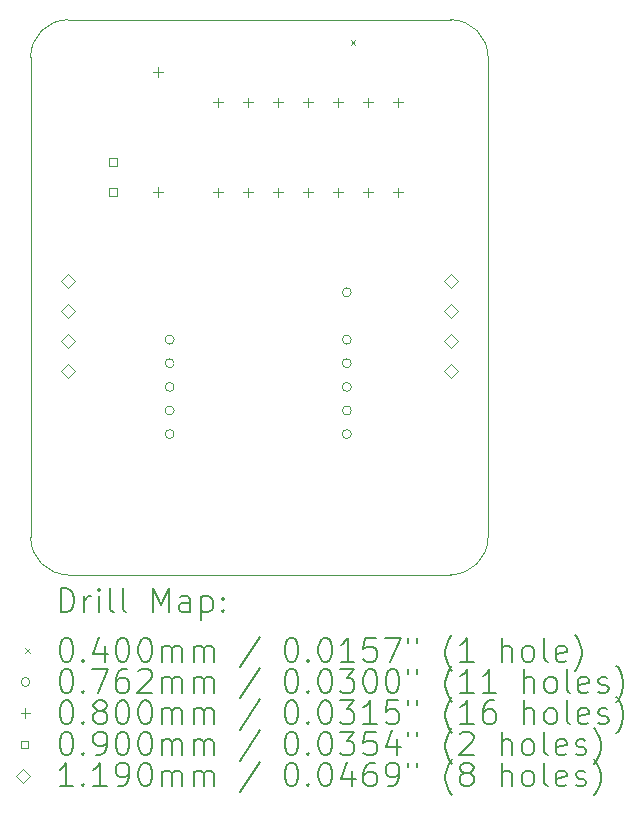
<source format=gbr>
%TF.GenerationSoftware,KiCad,Pcbnew,7.0.7*%
%TF.CreationDate,2023-09-28T15:49:43-05:00*%
%TF.ProjectId,iowa-rover-kiosk-rfid,696f7761-2d72-46f7-9665-722d6b696f73,rev?*%
%TF.SameCoordinates,Original*%
%TF.FileFunction,Drillmap*%
%TF.FilePolarity,Positive*%
%FSLAX45Y45*%
G04 Gerber Fmt 4.5, Leading zero omitted, Abs format (unit mm)*
G04 Created by KiCad (PCBNEW 7.0.7) date 2023-09-28 15:49:43*
%MOMM*%
%LPD*%
G01*
G04 APERTURE LIST*
%ADD10C,0.100000*%
%ADD11C,0.200000*%
%ADD12C,0.040000*%
%ADD13C,0.076200*%
%ADD14C,0.080000*%
%ADD15C,0.090000*%
%ADD16C,0.119000*%
G04 APERTURE END LIST*
D10*
X10287000Y-2857500D02*
G75*
G03*
X9969500Y-3175000I0J-317500D01*
G01*
X10287000Y-2857500D02*
X13525500Y-2857500D01*
X13525500Y-7556500D02*
X10287000Y-7556500D01*
X13843000Y-3175000D02*
G75*
G03*
X13525500Y-2857500I-317500J0D01*
G01*
X13843000Y-3175000D02*
X13843000Y-7239000D01*
X9969500Y-7239000D02*
G75*
G03*
X10287000Y-7556500I317500J0D01*
G01*
X13525500Y-7556500D02*
G75*
G03*
X13843000Y-7239000I0J317500D01*
G01*
X9969500Y-7239000D02*
X9969500Y-3175000D01*
D11*
D12*
X12680000Y-3028000D02*
X12720000Y-3068000D01*
X12720000Y-3028000D02*
X12680000Y-3068000D01*
D13*
X11184600Y-5566500D02*
G75*
G03*
X11184600Y-5566500I-38100J0D01*
G01*
X11184600Y-5766500D02*
G75*
G03*
X11184600Y-5766500I-38100J0D01*
G01*
X11184600Y-5966500D02*
G75*
G03*
X11184600Y-5966500I-38100J0D01*
G01*
X11184600Y-6166500D02*
G75*
G03*
X11184600Y-6166500I-38100J0D01*
G01*
X11184600Y-6366500D02*
G75*
G03*
X11184600Y-6366500I-38100J0D01*
G01*
X12684600Y-5166500D02*
G75*
G03*
X12684600Y-5166500I-38100J0D01*
G01*
X12684600Y-5566500D02*
G75*
G03*
X12684600Y-5566500I-38100J0D01*
G01*
X12684600Y-5766500D02*
G75*
G03*
X12684600Y-5766500I-38100J0D01*
G01*
X12684600Y-5966500D02*
G75*
G03*
X12684600Y-5966500I-38100J0D01*
G01*
X12684600Y-6166500D02*
G75*
G03*
X12684600Y-6166500I-38100J0D01*
G01*
X12684600Y-6366500D02*
G75*
G03*
X12684600Y-6366500I-38100J0D01*
G01*
D14*
X11049000Y-3262000D02*
X11049000Y-3342000D01*
X11009000Y-3302000D02*
X11089000Y-3302000D01*
X11049000Y-4278000D02*
X11049000Y-4358000D01*
X11009000Y-4318000D02*
X11089000Y-4318000D01*
X11557500Y-3517000D02*
X11557500Y-3597000D01*
X11517500Y-3557000D02*
X11597500Y-3557000D01*
X11557500Y-4279000D02*
X11557500Y-4359000D01*
X11517500Y-4319000D02*
X11597500Y-4319000D01*
X11811500Y-3517000D02*
X11811500Y-3597000D01*
X11771500Y-3557000D02*
X11851500Y-3557000D01*
X11811500Y-4279000D02*
X11811500Y-4359000D01*
X11771500Y-4319000D02*
X11851500Y-4319000D01*
X12065500Y-3517000D02*
X12065500Y-3597000D01*
X12025500Y-3557000D02*
X12105500Y-3557000D01*
X12065500Y-4279000D02*
X12065500Y-4359000D01*
X12025500Y-4319000D02*
X12105500Y-4319000D01*
X12319500Y-3517000D02*
X12319500Y-3597000D01*
X12279500Y-3557000D02*
X12359500Y-3557000D01*
X12319500Y-4279000D02*
X12319500Y-4359000D01*
X12279500Y-4319000D02*
X12359500Y-4319000D01*
X12573500Y-3517000D02*
X12573500Y-3597000D01*
X12533500Y-3557000D02*
X12613500Y-3557000D01*
X12573500Y-4279000D02*
X12573500Y-4359000D01*
X12533500Y-4319000D02*
X12613500Y-4319000D01*
X12827500Y-3517000D02*
X12827500Y-3597000D01*
X12787500Y-3557000D02*
X12867500Y-3557000D01*
X12827500Y-4279000D02*
X12827500Y-4359000D01*
X12787500Y-4319000D02*
X12867500Y-4319000D01*
X13081500Y-3517000D02*
X13081500Y-3597000D01*
X13041500Y-3557000D02*
X13121500Y-3557000D01*
X13081500Y-4279000D02*
X13081500Y-4359000D01*
X13041500Y-4319000D02*
X13121500Y-4319000D01*
D15*
X10699820Y-4095820D02*
X10699820Y-4032180D01*
X10636180Y-4032180D01*
X10636180Y-4095820D01*
X10699820Y-4095820D01*
X10699820Y-4349820D02*
X10699820Y-4286180D01*
X10636180Y-4286180D01*
X10636180Y-4349820D01*
X10699820Y-4349820D01*
D16*
X10285000Y-5126000D02*
X10344500Y-5066500D01*
X10285000Y-5007000D01*
X10225500Y-5066500D01*
X10285000Y-5126000D01*
X10285000Y-5380000D02*
X10344500Y-5320500D01*
X10285000Y-5261000D01*
X10225500Y-5320500D01*
X10285000Y-5380000D01*
X10285000Y-5634000D02*
X10344500Y-5574500D01*
X10285000Y-5515000D01*
X10225500Y-5574500D01*
X10285000Y-5634000D01*
X10285000Y-5888000D02*
X10344500Y-5828500D01*
X10285000Y-5769000D01*
X10225500Y-5828500D01*
X10285000Y-5888000D01*
X13525500Y-5126000D02*
X13585000Y-5066500D01*
X13525500Y-5007000D01*
X13466000Y-5066500D01*
X13525500Y-5126000D01*
X13525500Y-5380000D02*
X13585000Y-5320500D01*
X13525500Y-5261000D01*
X13466000Y-5320500D01*
X13525500Y-5380000D01*
X13525500Y-5634000D02*
X13585000Y-5574500D01*
X13525500Y-5515000D01*
X13466000Y-5574500D01*
X13525500Y-5634000D01*
X13525500Y-5888000D02*
X13585000Y-5828500D01*
X13525500Y-5769000D01*
X13466000Y-5828500D01*
X13525500Y-5888000D01*
D11*
X10225277Y-7872984D02*
X10225277Y-7672984D01*
X10225277Y-7672984D02*
X10272896Y-7672984D01*
X10272896Y-7672984D02*
X10301467Y-7682508D01*
X10301467Y-7682508D02*
X10320515Y-7701555D01*
X10320515Y-7701555D02*
X10330039Y-7720603D01*
X10330039Y-7720603D02*
X10339563Y-7758698D01*
X10339563Y-7758698D02*
X10339563Y-7787269D01*
X10339563Y-7787269D02*
X10330039Y-7825365D01*
X10330039Y-7825365D02*
X10320515Y-7844412D01*
X10320515Y-7844412D02*
X10301467Y-7863460D01*
X10301467Y-7863460D02*
X10272896Y-7872984D01*
X10272896Y-7872984D02*
X10225277Y-7872984D01*
X10425277Y-7872984D02*
X10425277Y-7739650D01*
X10425277Y-7777746D02*
X10434801Y-7758698D01*
X10434801Y-7758698D02*
X10444324Y-7749174D01*
X10444324Y-7749174D02*
X10463372Y-7739650D01*
X10463372Y-7739650D02*
X10482420Y-7739650D01*
X10549086Y-7872984D02*
X10549086Y-7739650D01*
X10549086Y-7672984D02*
X10539563Y-7682508D01*
X10539563Y-7682508D02*
X10549086Y-7692031D01*
X10549086Y-7692031D02*
X10558610Y-7682508D01*
X10558610Y-7682508D02*
X10549086Y-7672984D01*
X10549086Y-7672984D02*
X10549086Y-7692031D01*
X10672896Y-7872984D02*
X10653848Y-7863460D01*
X10653848Y-7863460D02*
X10644324Y-7844412D01*
X10644324Y-7844412D02*
X10644324Y-7672984D01*
X10777658Y-7872984D02*
X10758610Y-7863460D01*
X10758610Y-7863460D02*
X10749086Y-7844412D01*
X10749086Y-7844412D02*
X10749086Y-7672984D01*
X11006229Y-7872984D02*
X11006229Y-7672984D01*
X11006229Y-7672984D02*
X11072896Y-7815841D01*
X11072896Y-7815841D02*
X11139563Y-7672984D01*
X11139563Y-7672984D02*
X11139563Y-7872984D01*
X11320515Y-7872984D02*
X11320515Y-7768222D01*
X11320515Y-7768222D02*
X11310991Y-7749174D01*
X11310991Y-7749174D02*
X11291943Y-7739650D01*
X11291943Y-7739650D02*
X11253848Y-7739650D01*
X11253848Y-7739650D02*
X11234801Y-7749174D01*
X11320515Y-7863460D02*
X11301467Y-7872984D01*
X11301467Y-7872984D02*
X11253848Y-7872984D01*
X11253848Y-7872984D02*
X11234801Y-7863460D01*
X11234801Y-7863460D02*
X11225277Y-7844412D01*
X11225277Y-7844412D02*
X11225277Y-7825365D01*
X11225277Y-7825365D02*
X11234801Y-7806317D01*
X11234801Y-7806317D02*
X11253848Y-7796793D01*
X11253848Y-7796793D02*
X11301467Y-7796793D01*
X11301467Y-7796793D02*
X11320515Y-7787269D01*
X11415753Y-7739650D02*
X11415753Y-7939650D01*
X11415753Y-7749174D02*
X11434801Y-7739650D01*
X11434801Y-7739650D02*
X11472896Y-7739650D01*
X11472896Y-7739650D02*
X11491943Y-7749174D01*
X11491943Y-7749174D02*
X11501467Y-7758698D01*
X11501467Y-7758698D02*
X11510991Y-7777746D01*
X11510991Y-7777746D02*
X11510991Y-7834888D01*
X11510991Y-7834888D02*
X11501467Y-7853936D01*
X11501467Y-7853936D02*
X11491943Y-7863460D01*
X11491943Y-7863460D02*
X11472896Y-7872984D01*
X11472896Y-7872984D02*
X11434801Y-7872984D01*
X11434801Y-7872984D02*
X11415753Y-7863460D01*
X11596705Y-7853936D02*
X11606229Y-7863460D01*
X11606229Y-7863460D02*
X11596705Y-7872984D01*
X11596705Y-7872984D02*
X11587182Y-7863460D01*
X11587182Y-7863460D02*
X11596705Y-7853936D01*
X11596705Y-7853936D02*
X11596705Y-7872984D01*
X11596705Y-7749174D02*
X11606229Y-7758698D01*
X11606229Y-7758698D02*
X11596705Y-7768222D01*
X11596705Y-7768222D02*
X11587182Y-7758698D01*
X11587182Y-7758698D02*
X11596705Y-7749174D01*
X11596705Y-7749174D02*
X11596705Y-7768222D01*
D12*
X9924500Y-8181500D02*
X9964500Y-8221500D01*
X9964500Y-8181500D02*
X9924500Y-8221500D01*
D11*
X10263372Y-8092984D02*
X10282420Y-8092984D01*
X10282420Y-8092984D02*
X10301467Y-8102508D01*
X10301467Y-8102508D02*
X10310991Y-8112031D01*
X10310991Y-8112031D02*
X10320515Y-8131079D01*
X10320515Y-8131079D02*
X10330039Y-8169174D01*
X10330039Y-8169174D02*
X10330039Y-8216793D01*
X10330039Y-8216793D02*
X10320515Y-8254888D01*
X10320515Y-8254888D02*
X10310991Y-8273936D01*
X10310991Y-8273936D02*
X10301467Y-8283460D01*
X10301467Y-8283460D02*
X10282420Y-8292984D01*
X10282420Y-8292984D02*
X10263372Y-8292984D01*
X10263372Y-8292984D02*
X10244324Y-8283460D01*
X10244324Y-8283460D02*
X10234801Y-8273936D01*
X10234801Y-8273936D02*
X10225277Y-8254888D01*
X10225277Y-8254888D02*
X10215753Y-8216793D01*
X10215753Y-8216793D02*
X10215753Y-8169174D01*
X10215753Y-8169174D02*
X10225277Y-8131079D01*
X10225277Y-8131079D02*
X10234801Y-8112031D01*
X10234801Y-8112031D02*
X10244324Y-8102508D01*
X10244324Y-8102508D02*
X10263372Y-8092984D01*
X10415753Y-8273936D02*
X10425277Y-8283460D01*
X10425277Y-8283460D02*
X10415753Y-8292984D01*
X10415753Y-8292984D02*
X10406229Y-8283460D01*
X10406229Y-8283460D02*
X10415753Y-8273936D01*
X10415753Y-8273936D02*
X10415753Y-8292984D01*
X10596705Y-8159650D02*
X10596705Y-8292984D01*
X10549086Y-8083460D02*
X10501467Y-8226317D01*
X10501467Y-8226317D02*
X10625277Y-8226317D01*
X10739563Y-8092984D02*
X10758610Y-8092984D01*
X10758610Y-8092984D02*
X10777658Y-8102508D01*
X10777658Y-8102508D02*
X10787182Y-8112031D01*
X10787182Y-8112031D02*
X10796705Y-8131079D01*
X10796705Y-8131079D02*
X10806229Y-8169174D01*
X10806229Y-8169174D02*
X10806229Y-8216793D01*
X10806229Y-8216793D02*
X10796705Y-8254888D01*
X10796705Y-8254888D02*
X10787182Y-8273936D01*
X10787182Y-8273936D02*
X10777658Y-8283460D01*
X10777658Y-8283460D02*
X10758610Y-8292984D01*
X10758610Y-8292984D02*
X10739563Y-8292984D01*
X10739563Y-8292984D02*
X10720515Y-8283460D01*
X10720515Y-8283460D02*
X10710991Y-8273936D01*
X10710991Y-8273936D02*
X10701467Y-8254888D01*
X10701467Y-8254888D02*
X10691944Y-8216793D01*
X10691944Y-8216793D02*
X10691944Y-8169174D01*
X10691944Y-8169174D02*
X10701467Y-8131079D01*
X10701467Y-8131079D02*
X10710991Y-8112031D01*
X10710991Y-8112031D02*
X10720515Y-8102508D01*
X10720515Y-8102508D02*
X10739563Y-8092984D01*
X10930039Y-8092984D02*
X10949086Y-8092984D01*
X10949086Y-8092984D02*
X10968134Y-8102508D01*
X10968134Y-8102508D02*
X10977658Y-8112031D01*
X10977658Y-8112031D02*
X10987182Y-8131079D01*
X10987182Y-8131079D02*
X10996705Y-8169174D01*
X10996705Y-8169174D02*
X10996705Y-8216793D01*
X10996705Y-8216793D02*
X10987182Y-8254888D01*
X10987182Y-8254888D02*
X10977658Y-8273936D01*
X10977658Y-8273936D02*
X10968134Y-8283460D01*
X10968134Y-8283460D02*
X10949086Y-8292984D01*
X10949086Y-8292984D02*
X10930039Y-8292984D01*
X10930039Y-8292984D02*
X10910991Y-8283460D01*
X10910991Y-8283460D02*
X10901467Y-8273936D01*
X10901467Y-8273936D02*
X10891944Y-8254888D01*
X10891944Y-8254888D02*
X10882420Y-8216793D01*
X10882420Y-8216793D02*
X10882420Y-8169174D01*
X10882420Y-8169174D02*
X10891944Y-8131079D01*
X10891944Y-8131079D02*
X10901467Y-8112031D01*
X10901467Y-8112031D02*
X10910991Y-8102508D01*
X10910991Y-8102508D02*
X10930039Y-8092984D01*
X11082420Y-8292984D02*
X11082420Y-8159650D01*
X11082420Y-8178698D02*
X11091944Y-8169174D01*
X11091944Y-8169174D02*
X11110991Y-8159650D01*
X11110991Y-8159650D02*
X11139563Y-8159650D01*
X11139563Y-8159650D02*
X11158610Y-8169174D01*
X11158610Y-8169174D02*
X11168134Y-8188222D01*
X11168134Y-8188222D02*
X11168134Y-8292984D01*
X11168134Y-8188222D02*
X11177658Y-8169174D01*
X11177658Y-8169174D02*
X11196705Y-8159650D01*
X11196705Y-8159650D02*
X11225277Y-8159650D01*
X11225277Y-8159650D02*
X11244324Y-8169174D01*
X11244324Y-8169174D02*
X11253848Y-8188222D01*
X11253848Y-8188222D02*
X11253848Y-8292984D01*
X11349086Y-8292984D02*
X11349086Y-8159650D01*
X11349086Y-8178698D02*
X11358610Y-8169174D01*
X11358610Y-8169174D02*
X11377658Y-8159650D01*
X11377658Y-8159650D02*
X11406229Y-8159650D01*
X11406229Y-8159650D02*
X11425277Y-8169174D01*
X11425277Y-8169174D02*
X11434801Y-8188222D01*
X11434801Y-8188222D02*
X11434801Y-8292984D01*
X11434801Y-8188222D02*
X11444324Y-8169174D01*
X11444324Y-8169174D02*
X11463372Y-8159650D01*
X11463372Y-8159650D02*
X11491943Y-8159650D01*
X11491943Y-8159650D02*
X11510991Y-8169174D01*
X11510991Y-8169174D02*
X11520515Y-8188222D01*
X11520515Y-8188222D02*
X11520515Y-8292984D01*
X11910991Y-8083460D02*
X11739563Y-8340603D01*
X12168134Y-8092984D02*
X12187182Y-8092984D01*
X12187182Y-8092984D02*
X12206229Y-8102508D01*
X12206229Y-8102508D02*
X12215753Y-8112031D01*
X12215753Y-8112031D02*
X12225277Y-8131079D01*
X12225277Y-8131079D02*
X12234801Y-8169174D01*
X12234801Y-8169174D02*
X12234801Y-8216793D01*
X12234801Y-8216793D02*
X12225277Y-8254888D01*
X12225277Y-8254888D02*
X12215753Y-8273936D01*
X12215753Y-8273936D02*
X12206229Y-8283460D01*
X12206229Y-8283460D02*
X12187182Y-8292984D01*
X12187182Y-8292984D02*
X12168134Y-8292984D01*
X12168134Y-8292984D02*
X12149086Y-8283460D01*
X12149086Y-8283460D02*
X12139563Y-8273936D01*
X12139563Y-8273936D02*
X12130039Y-8254888D01*
X12130039Y-8254888D02*
X12120515Y-8216793D01*
X12120515Y-8216793D02*
X12120515Y-8169174D01*
X12120515Y-8169174D02*
X12130039Y-8131079D01*
X12130039Y-8131079D02*
X12139563Y-8112031D01*
X12139563Y-8112031D02*
X12149086Y-8102508D01*
X12149086Y-8102508D02*
X12168134Y-8092984D01*
X12320515Y-8273936D02*
X12330039Y-8283460D01*
X12330039Y-8283460D02*
X12320515Y-8292984D01*
X12320515Y-8292984D02*
X12310991Y-8283460D01*
X12310991Y-8283460D02*
X12320515Y-8273936D01*
X12320515Y-8273936D02*
X12320515Y-8292984D01*
X12453848Y-8092984D02*
X12472896Y-8092984D01*
X12472896Y-8092984D02*
X12491944Y-8102508D01*
X12491944Y-8102508D02*
X12501467Y-8112031D01*
X12501467Y-8112031D02*
X12510991Y-8131079D01*
X12510991Y-8131079D02*
X12520515Y-8169174D01*
X12520515Y-8169174D02*
X12520515Y-8216793D01*
X12520515Y-8216793D02*
X12510991Y-8254888D01*
X12510991Y-8254888D02*
X12501467Y-8273936D01*
X12501467Y-8273936D02*
X12491944Y-8283460D01*
X12491944Y-8283460D02*
X12472896Y-8292984D01*
X12472896Y-8292984D02*
X12453848Y-8292984D01*
X12453848Y-8292984D02*
X12434801Y-8283460D01*
X12434801Y-8283460D02*
X12425277Y-8273936D01*
X12425277Y-8273936D02*
X12415753Y-8254888D01*
X12415753Y-8254888D02*
X12406229Y-8216793D01*
X12406229Y-8216793D02*
X12406229Y-8169174D01*
X12406229Y-8169174D02*
X12415753Y-8131079D01*
X12415753Y-8131079D02*
X12425277Y-8112031D01*
X12425277Y-8112031D02*
X12434801Y-8102508D01*
X12434801Y-8102508D02*
X12453848Y-8092984D01*
X12710991Y-8292984D02*
X12596706Y-8292984D01*
X12653848Y-8292984D02*
X12653848Y-8092984D01*
X12653848Y-8092984D02*
X12634801Y-8121555D01*
X12634801Y-8121555D02*
X12615753Y-8140603D01*
X12615753Y-8140603D02*
X12596706Y-8150127D01*
X12891944Y-8092984D02*
X12796706Y-8092984D01*
X12796706Y-8092984D02*
X12787182Y-8188222D01*
X12787182Y-8188222D02*
X12796706Y-8178698D01*
X12796706Y-8178698D02*
X12815753Y-8169174D01*
X12815753Y-8169174D02*
X12863372Y-8169174D01*
X12863372Y-8169174D02*
X12882420Y-8178698D01*
X12882420Y-8178698D02*
X12891944Y-8188222D01*
X12891944Y-8188222D02*
X12901467Y-8207269D01*
X12901467Y-8207269D02*
X12901467Y-8254888D01*
X12901467Y-8254888D02*
X12891944Y-8273936D01*
X12891944Y-8273936D02*
X12882420Y-8283460D01*
X12882420Y-8283460D02*
X12863372Y-8292984D01*
X12863372Y-8292984D02*
X12815753Y-8292984D01*
X12815753Y-8292984D02*
X12796706Y-8283460D01*
X12796706Y-8283460D02*
X12787182Y-8273936D01*
X12968134Y-8092984D02*
X13101467Y-8092984D01*
X13101467Y-8092984D02*
X13015753Y-8292984D01*
X13168134Y-8092984D02*
X13168134Y-8131079D01*
X13244325Y-8092984D02*
X13244325Y-8131079D01*
X13539563Y-8369174D02*
X13530039Y-8359650D01*
X13530039Y-8359650D02*
X13510991Y-8331079D01*
X13510991Y-8331079D02*
X13501468Y-8312031D01*
X13501468Y-8312031D02*
X13491944Y-8283460D01*
X13491944Y-8283460D02*
X13482420Y-8235841D01*
X13482420Y-8235841D02*
X13482420Y-8197746D01*
X13482420Y-8197746D02*
X13491944Y-8150127D01*
X13491944Y-8150127D02*
X13501468Y-8121555D01*
X13501468Y-8121555D02*
X13510991Y-8102508D01*
X13510991Y-8102508D02*
X13530039Y-8073936D01*
X13530039Y-8073936D02*
X13539563Y-8064412D01*
X13720515Y-8292984D02*
X13606229Y-8292984D01*
X13663372Y-8292984D02*
X13663372Y-8092984D01*
X13663372Y-8092984D02*
X13644325Y-8121555D01*
X13644325Y-8121555D02*
X13625277Y-8140603D01*
X13625277Y-8140603D02*
X13606229Y-8150127D01*
X13958610Y-8292984D02*
X13958610Y-8092984D01*
X14044325Y-8292984D02*
X14044325Y-8188222D01*
X14044325Y-8188222D02*
X14034801Y-8169174D01*
X14034801Y-8169174D02*
X14015753Y-8159650D01*
X14015753Y-8159650D02*
X13987182Y-8159650D01*
X13987182Y-8159650D02*
X13968134Y-8169174D01*
X13968134Y-8169174D02*
X13958610Y-8178698D01*
X14168134Y-8292984D02*
X14149087Y-8283460D01*
X14149087Y-8283460D02*
X14139563Y-8273936D01*
X14139563Y-8273936D02*
X14130039Y-8254888D01*
X14130039Y-8254888D02*
X14130039Y-8197746D01*
X14130039Y-8197746D02*
X14139563Y-8178698D01*
X14139563Y-8178698D02*
X14149087Y-8169174D01*
X14149087Y-8169174D02*
X14168134Y-8159650D01*
X14168134Y-8159650D02*
X14196706Y-8159650D01*
X14196706Y-8159650D02*
X14215753Y-8169174D01*
X14215753Y-8169174D02*
X14225277Y-8178698D01*
X14225277Y-8178698D02*
X14234801Y-8197746D01*
X14234801Y-8197746D02*
X14234801Y-8254888D01*
X14234801Y-8254888D02*
X14225277Y-8273936D01*
X14225277Y-8273936D02*
X14215753Y-8283460D01*
X14215753Y-8283460D02*
X14196706Y-8292984D01*
X14196706Y-8292984D02*
X14168134Y-8292984D01*
X14349087Y-8292984D02*
X14330039Y-8283460D01*
X14330039Y-8283460D02*
X14320515Y-8264412D01*
X14320515Y-8264412D02*
X14320515Y-8092984D01*
X14501468Y-8283460D02*
X14482420Y-8292984D01*
X14482420Y-8292984D02*
X14444325Y-8292984D01*
X14444325Y-8292984D02*
X14425277Y-8283460D01*
X14425277Y-8283460D02*
X14415753Y-8264412D01*
X14415753Y-8264412D02*
X14415753Y-8188222D01*
X14415753Y-8188222D02*
X14425277Y-8169174D01*
X14425277Y-8169174D02*
X14444325Y-8159650D01*
X14444325Y-8159650D02*
X14482420Y-8159650D01*
X14482420Y-8159650D02*
X14501468Y-8169174D01*
X14501468Y-8169174D02*
X14510991Y-8188222D01*
X14510991Y-8188222D02*
X14510991Y-8207269D01*
X14510991Y-8207269D02*
X14415753Y-8226317D01*
X14577658Y-8369174D02*
X14587182Y-8359650D01*
X14587182Y-8359650D02*
X14606230Y-8331079D01*
X14606230Y-8331079D02*
X14615753Y-8312031D01*
X14615753Y-8312031D02*
X14625277Y-8283460D01*
X14625277Y-8283460D02*
X14634801Y-8235841D01*
X14634801Y-8235841D02*
X14634801Y-8197746D01*
X14634801Y-8197746D02*
X14625277Y-8150127D01*
X14625277Y-8150127D02*
X14615753Y-8121555D01*
X14615753Y-8121555D02*
X14606230Y-8102508D01*
X14606230Y-8102508D02*
X14587182Y-8073936D01*
X14587182Y-8073936D02*
X14577658Y-8064412D01*
D13*
X9964500Y-8465500D02*
G75*
G03*
X9964500Y-8465500I-38100J0D01*
G01*
D11*
X10263372Y-8356984D02*
X10282420Y-8356984D01*
X10282420Y-8356984D02*
X10301467Y-8366508D01*
X10301467Y-8366508D02*
X10310991Y-8376031D01*
X10310991Y-8376031D02*
X10320515Y-8395079D01*
X10320515Y-8395079D02*
X10330039Y-8433174D01*
X10330039Y-8433174D02*
X10330039Y-8480793D01*
X10330039Y-8480793D02*
X10320515Y-8518889D01*
X10320515Y-8518889D02*
X10310991Y-8537936D01*
X10310991Y-8537936D02*
X10301467Y-8547460D01*
X10301467Y-8547460D02*
X10282420Y-8556984D01*
X10282420Y-8556984D02*
X10263372Y-8556984D01*
X10263372Y-8556984D02*
X10244324Y-8547460D01*
X10244324Y-8547460D02*
X10234801Y-8537936D01*
X10234801Y-8537936D02*
X10225277Y-8518889D01*
X10225277Y-8518889D02*
X10215753Y-8480793D01*
X10215753Y-8480793D02*
X10215753Y-8433174D01*
X10215753Y-8433174D02*
X10225277Y-8395079D01*
X10225277Y-8395079D02*
X10234801Y-8376031D01*
X10234801Y-8376031D02*
X10244324Y-8366508D01*
X10244324Y-8366508D02*
X10263372Y-8356984D01*
X10415753Y-8537936D02*
X10425277Y-8547460D01*
X10425277Y-8547460D02*
X10415753Y-8556984D01*
X10415753Y-8556984D02*
X10406229Y-8547460D01*
X10406229Y-8547460D02*
X10415753Y-8537936D01*
X10415753Y-8537936D02*
X10415753Y-8556984D01*
X10491944Y-8356984D02*
X10625277Y-8356984D01*
X10625277Y-8356984D02*
X10539563Y-8556984D01*
X10787182Y-8356984D02*
X10749086Y-8356984D01*
X10749086Y-8356984D02*
X10730039Y-8366508D01*
X10730039Y-8366508D02*
X10720515Y-8376031D01*
X10720515Y-8376031D02*
X10701467Y-8404603D01*
X10701467Y-8404603D02*
X10691944Y-8442698D01*
X10691944Y-8442698D02*
X10691944Y-8518889D01*
X10691944Y-8518889D02*
X10701467Y-8537936D01*
X10701467Y-8537936D02*
X10710991Y-8547460D01*
X10710991Y-8547460D02*
X10730039Y-8556984D01*
X10730039Y-8556984D02*
X10768134Y-8556984D01*
X10768134Y-8556984D02*
X10787182Y-8547460D01*
X10787182Y-8547460D02*
X10796705Y-8537936D01*
X10796705Y-8537936D02*
X10806229Y-8518889D01*
X10806229Y-8518889D02*
X10806229Y-8471270D01*
X10806229Y-8471270D02*
X10796705Y-8452222D01*
X10796705Y-8452222D02*
X10787182Y-8442698D01*
X10787182Y-8442698D02*
X10768134Y-8433174D01*
X10768134Y-8433174D02*
X10730039Y-8433174D01*
X10730039Y-8433174D02*
X10710991Y-8442698D01*
X10710991Y-8442698D02*
X10701467Y-8452222D01*
X10701467Y-8452222D02*
X10691944Y-8471270D01*
X10882420Y-8376031D02*
X10891944Y-8366508D01*
X10891944Y-8366508D02*
X10910991Y-8356984D01*
X10910991Y-8356984D02*
X10958610Y-8356984D01*
X10958610Y-8356984D02*
X10977658Y-8366508D01*
X10977658Y-8366508D02*
X10987182Y-8376031D01*
X10987182Y-8376031D02*
X10996705Y-8395079D01*
X10996705Y-8395079D02*
X10996705Y-8414127D01*
X10996705Y-8414127D02*
X10987182Y-8442698D01*
X10987182Y-8442698D02*
X10872896Y-8556984D01*
X10872896Y-8556984D02*
X10996705Y-8556984D01*
X11082420Y-8556984D02*
X11082420Y-8423650D01*
X11082420Y-8442698D02*
X11091944Y-8433174D01*
X11091944Y-8433174D02*
X11110991Y-8423650D01*
X11110991Y-8423650D02*
X11139563Y-8423650D01*
X11139563Y-8423650D02*
X11158610Y-8433174D01*
X11158610Y-8433174D02*
X11168134Y-8452222D01*
X11168134Y-8452222D02*
X11168134Y-8556984D01*
X11168134Y-8452222D02*
X11177658Y-8433174D01*
X11177658Y-8433174D02*
X11196705Y-8423650D01*
X11196705Y-8423650D02*
X11225277Y-8423650D01*
X11225277Y-8423650D02*
X11244324Y-8433174D01*
X11244324Y-8433174D02*
X11253848Y-8452222D01*
X11253848Y-8452222D02*
X11253848Y-8556984D01*
X11349086Y-8556984D02*
X11349086Y-8423650D01*
X11349086Y-8442698D02*
X11358610Y-8433174D01*
X11358610Y-8433174D02*
X11377658Y-8423650D01*
X11377658Y-8423650D02*
X11406229Y-8423650D01*
X11406229Y-8423650D02*
X11425277Y-8433174D01*
X11425277Y-8433174D02*
X11434801Y-8452222D01*
X11434801Y-8452222D02*
X11434801Y-8556984D01*
X11434801Y-8452222D02*
X11444324Y-8433174D01*
X11444324Y-8433174D02*
X11463372Y-8423650D01*
X11463372Y-8423650D02*
X11491943Y-8423650D01*
X11491943Y-8423650D02*
X11510991Y-8433174D01*
X11510991Y-8433174D02*
X11520515Y-8452222D01*
X11520515Y-8452222D02*
X11520515Y-8556984D01*
X11910991Y-8347460D02*
X11739563Y-8604603D01*
X12168134Y-8356984D02*
X12187182Y-8356984D01*
X12187182Y-8356984D02*
X12206229Y-8366508D01*
X12206229Y-8366508D02*
X12215753Y-8376031D01*
X12215753Y-8376031D02*
X12225277Y-8395079D01*
X12225277Y-8395079D02*
X12234801Y-8433174D01*
X12234801Y-8433174D02*
X12234801Y-8480793D01*
X12234801Y-8480793D02*
X12225277Y-8518889D01*
X12225277Y-8518889D02*
X12215753Y-8537936D01*
X12215753Y-8537936D02*
X12206229Y-8547460D01*
X12206229Y-8547460D02*
X12187182Y-8556984D01*
X12187182Y-8556984D02*
X12168134Y-8556984D01*
X12168134Y-8556984D02*
X12149086Y-8547460D01*
X12149086Y-8547460D02*
X12139563Y-8537936D01*
X12139563Y-8537936D02*
X12130039Y-8518889D01*
X12130039Y-8518889D02*
X12120515Y-8480793D01*
X12120515Y-8480793D02*
X12120515Y-8433174D01*
X12120515Y-8433174D02*
X12130039Y-8395079D01*
X12130039Y-8395079D02*
X12139563Y-8376031D01*
X12139563Y-8376031D02*
X12149086Y-8366508D01*
X12149086Y-8366508D02*
X12168134Y-8356984D01*
X12320515Y-8537936D02*
X12330039Y-8547460D01*
X12330039Y-8547460D02*
X12320515Y-8556984D01*
X12320515Y-8556984D02*
X12310991Y-8547460D01*
X12310991Y-8547460D02*
X12320515Y-8537936D01*
X12320515Y-8537936D02*
X12320515Y-8556984D01*
X12453848Y-8356984D02*
X12472896Y-8356984D01*
X12472896Y-8356984D02*
X12491944Y-8366508D01*
X12491944Y-8366508D02*
X12501467Y-8376031D01*
X12501467Y-8376031D02*
X12510991Y-8395079D01*
X12510991Y-8395079D02*
X12520515Y-8433174D01*
X12520515Y-8433174D02*
X12520515Y-8480793D01*
X12520515Y-8480793D02*
X12510991Y-8518889D01*
X12510991Y-8518889D02*
X12501467Y-8537936D01*
X12501467Y-8537936D02*
X12491944Y-8547460D01*
X12491944Y-8547460D02*
X12472896Y-8556984D01*
X12472896Y-8556984D02*
X12453848Y-8556984D01*
X12453848Y-8556984D02*
X12434801Y-8547460D01*
X12434801Y-8547460D02*
X12425277Y-8537936D01*
X12425277Y-8537936D02*
X12415753Y-8518889D01*
X12415753Y-8518889D02*
X12406229Y-8480793D01*
X12406229Y-8480793D02*
X12406229Y-8433174D01*
X12406229Y-8433174D02*
X12415753Y-8395079D01*
X12415753Y-8395079D02*
X12425277Y-8376031D01*
X12425277Y-8376031D02*
X12434801Y-8366508D01*
X12434801Y-8366508D02*
X12453848Y-8356984D01*
X12587182Y-8356984D02*
X12710991Y-8356984D01*
X12710991Y-8356984D02*
X12644325Y-8433174D01*
X12644325Y-8433174D02*
X12672896Y-8433174D01*
X12672896Y-8433174D02*
X12691944Y-8442698D01*
X12691944Y-8442698D02*
X12701467Y-8452222D01*
X12701467Y-8452222D02*
X12710991Y-8471270D01*
X12710991Y-8471270D02*
X12710991Y-8518889D01*
X12710991Y-8518889D02*
X12701467Y-8537936D01*
X12701467Y-8537936D02*
X12691944Y-8547460D01*
X12691944Y-8547460D02*
X12672896Y-8556984D01*
X12672896Y-8556984D02*
X12615753Y-8556984D01*
X12615753Y-8556984D02*
X12596706Y-8547460D01*
X12596706Y-8547460D02*
X12587182Y-8537936D01*
X12834801Y-8356984D02*
X12853848Y-8356984D01*
X12853848Y-8356984D02*
X12872896Y-8366508D01*
X12872896Y-8366508D02*
X12882420Y-8376031D01*
X12882420Y-8376031D02*
X12891944Y-8395079D01*
X12891944Y-8395079D02*
X12901467Y-8433174D01*
X12901467Y-8433174D02*
X12901467Y-8480793D01*
X12901467Y-8480793D02*
X12891944Y-8518889D01*
X12891944Y-8518889D02*
X12882420Y-8537936D01*
X12882420Y-8537936D02*
X12872896Y-8547460D01*
X12872896Y-8547460D02*
X12853848Y-8556984D01*
X12853848Y-8556984D02*
X12834801Y-8556984D01*
X12834801Y-8556984D02*
X12815753Y-8547460D01*
X12815753Y-8547460D02*
X12806229Y-8537936D01*
X12806229Y-8537936D02*
X12796706Y-8518889D01*
X12796706Y-8518889D02*
X12787182Y-8480793D01*
X12787182Y-8480793D02*
X12787182Y-8433174D01*
X12787182Y-8433174D02*
X12796706Y-8395079D01*
X12796706Y-8395079D02*
X12806229Y-8376031D01*
X12806229Y-8376031D02*
X12815753Y-8366508D01*
X12815753Y-8366508D02*
X12834801Y-8356984D01*
X13025277Y-8356984D02*
X13044325Y-8356984D01*
X13044325Y-8356984D02*
X13063372Y-8366508D01*
X13063372Y-8366508D02*
X13072896Y-8376031D01*
X13072896Y-8376031D02*
X13082420Y-8395079D01*
X13082420Y-8395079D02*
X13091944Y-8433174D01*
X13091944Y-8433174D02*
X13091944Y-8480793D01*
X13091944Y-8480793D02*
X13082420Y-8518889D01*
X13082420Y-8518889D02*
X13072896Y-8537936D01*
X13072896Y-8537936D02*
X13063372Y-8547460D01*
X13063372Y-8547460D02*
X13044325Y-8556984D01*
X13044325Y-8556984D02*
X13025277Y-8556984D01*
X13025277Y-8556984D02*
X13006229Y-8547460D01*
X13006229Y-8547460D02*
X12996706Y-8537936D01*
X12996706Y-8537936D02*
X12987182Y-8518889D01*
X12987182Y-8518889D02*
X12977658Y-8480793D01*
X12977658Y-8480793D02*
X12977658Y-8433174D01*
X12977658Y-8433174D02*
X12987182Y-8395079D01*
X12987182Y-8395079D02*
X12996706Y-8376031D01*
X12996706Y-8376031D02*
X13006229Y-8366508D01*
X13006229Y-8366508D02*
X13025277Y-8356984D01*
X13168134Y-8356984D02*
X13168134Y-8395079D01*
X13244325Y-8356984D02*
X13244325Y-8395079D01*
X13539563Y-8633174D02*
X13530039Y-8623650D01*
X13530039Y-8623650D02*
X13510991Y-8595079D01*
X13510991Y-8595079D02*
X13501468Y-8576031D01*
X13501468Y-8576031D02*
X13491944Y-8547460D01*
X13491944Y-8547460D02*
X13482420Y-8499841D01*
X13482420Y-8499841D02*
X13482420Y-8461746D01*
X13482420Y-8461746D02*
X13491944Y-8414127D01*
X13491944Y-8414127D02*
X13501468Y-8385555D01*
X13501468Y-8385555D02*
X13510991Y-8366508D01*
X13510991Y-8366508D02*
X13530039Y-8337936D01*
X13530039Y-8337936D02*
X13539563Y-8328412D01*
X13720515Y-8556984D02*
X13606229Y-8556984D01*
X13663372Y-8556984D02*
X13663372Y-8356984D01*
X13663372Y-8356984D02*
X13644325Y-8385555D01*
X13644325Y-8385555D02*
X13625277Y-8404603D01*
X13625277Y-8404603D02*
X13606229Y-8414127D01*
X13910991Y-8556984D02*
X13796706Y-8556984D01*
X13853848Y-8556984D02*
X13853848Y-8356984D01*
X13853848Y-8356984D02*
X13834801Y-8385555D01*
X13834801Y-8385555D02*
X13815753Y-8404603D01*
X13815753Y-8404603D02*
X13796706Y-8414127D01*
X14149087Y-8556984D02*
X14149087Y-8356984D01*
X14234801Y-8556984D02*
X14234801Y-8452222D01*
X14234801Y-8452222D02*
X14225277Y-8433174D01*
X14225277Y-8433174D02*
X14206230Y-8423650D01*
X14206230Y-8423650D02*
X14177658Y-8423650D01*
X14177658Y-8423650D02*
X14158610Y-8433174D01*
X14158610Y-8433174D02*
X14149087Y-8442698D01*
X14358610Y-8556984D02*
X14339563Y-8547460D01*
X14339563Y-8547460D02*
X14330039Y-8537936D01*
X14330039Y-8537936D02*
X14320515Y-8518889D01*
X14320515Y-8518889D02*
X14320515Y-8461746D01*
X14320515Y-8461746D02*
X14330039Y-8442698D01*
X14330039Y-8442698D02*
X14339563Y-8433174D01*
X14339563Y-8433174D02*
X14358610Y-8423650D01*
X14358610Y-8423650D02*
X14387182Y-8423650D01*
X14387182Y-8423650D02*
X14406230Y-8433174D01*
X14406230Y-8433174D02*
X14415753Y-8442698D01*
X14415753Y-8442698D02*
X14425277Y-8461746D01*
X14425277Y-8461746D02*
X14425277Y-8518889D01*
X14425277Y-8518889D02*
X14415753Y-8537936D01*
X14415753Y-8537936D02*
X14406230Y-8547460D01*
X14406230Y-8547460D02*
X14387182Y-8556984D01*
X14387182Y-8556984D02*
X14358610Y-8556984D01*
X14539563Y-8556984D02*
X14520515Y-8547460D01*
X14520515Y-8547460D02*
X14510991Y-8528412D01*
X14510991Y-8528412D02*
X14510991Y-8356984D01*
X14691944Y-8547460D02*
X14672896Y-8556984D01*
X14672896Y-8556984D02*
X14634801Y-8556984D01*
X14634801Y-8556984D02*
X14615753Y-8547460D01*
X14615753Y-8547460D02*
X14606230Y-8528412D01*
X14606230Y-8528412D02*
X14606230Y-8452222D01*
X14606230Y-8452222D02*
X14615753Y-8433174D01*
X14615753Y-8433174D02*
X14634801Y-8423650D01*
X14634801Y-8423650D02*
X14672896Y-8423650D01*
X14672896Y-8423650D02*
X14691944Y-8433174D01*
X14691944Y-8433174D02*
X14701468Y-8452222D01*
X14701468Y-8452222D02*
X14701468Y-8471270D01*
X14701468Y-8471270D02*
X14606230Y-8490317D01*
X14777658Y-8547460D02*
X14796706Y-8556984D01*
X14796706Y-8556984D02*
X14834801Y-8556984D01*
X14834801Y-8556984D02*
X14853849Y-8547460D01*
X14853849Y-8547460D02*
X14863372Y-8528412D01*
X14863372Y-8528412D02*
X14863372Y-8518889D01*
X14863372Y-8518889D02*
X14853849Y-8499841D01*
X14853849Y-8499841D02*
X14834801Y-8490317D01*
X14834801Y-8490317D02*
X14806230Y-8490317D01*
X14806230Y-8490317D02*
X14787182Y-8480793D01*
X14787182Y-8480793D02*
X14777658Y-8461746D01*
X14777658Y-8461746D02*
X14777658Y-8452222D01*
X14777658Y-8452222D02*
X14787182Y-8433174D01*
X14787182Y-8433174D02*
X14806230Y-8423650D01*
X14806230Y-8423650D02*
X14834801Y-8423650D01*
X14834801Y-8423650D02*
X14853849Y-8433174D01*
X14930039Y-8633174D02*
X14939563Y-8623650D01*
X14939563Y-8623650D02*
X14958611Y-8595079D01*
X14958611Y-8595079D02*
X14968134Y-8576031D01*
X14968134Y-8576031D02*
X14977658Y-8547460D01*
X14977658Y-8547460D02*
X14987182Y-8499841D01*
X14987182Y-8499841D02*
X14987182Y-8461746D01*
X14987182Y-8461746D02*
X14977658Y-8414127D01*
X14977658Y-8414127D02*
X14968134Y-8385555D01*
X14968134Y-8385555D02*
X14958611Y-8366508D01*
X14958611Y-8366508D02*
X14939563Y-8337936D01*
X14939563Y-8337936D02*
X14930039Y-8328412D01*
D14*
X9924500Y-8689500D02*
X9924500Y-8769500D01*
X9884500Y-8729500D02*
X9964500Y-8729500D01*
D11*
X10263372Y-8620984D02*
X10282420Y-8620984D01*
X10282420Y-8620984D02*
X10301467Y-8630508D01*
X10301467Y-8630508D02*
X10310991Y-8640031D01*
X10310991Y-8640031D02*
X10320515Y-8659079D01*
X10320515Y-8659079D02*
X10330039Y-8697174D01*
X10330039Y-8697174D02*
X10330039Y-8744793D01*
X10330039Y-8744793D02*
X10320515Y-8782889D01*
X10320515Y-8782889D02*
X10310991Y-8801936D01*
X10310991Y-8801936D02*
X10301467Y-8811460D01*
X10301467Y-8811460D02*
X10282420Y-8820984D01*
X10282420Y-8820984D02*
X10263372Y-8820984D01*
X10263372Y-8820984D02*
X10244324Y-8811460D01*
X10244324Y-8811460D02*
X10234801Y-8801936D01*
X10234801Y-8801936D02*
X10225277Y-8782889D01*
X10225277Y-8782889D02*
X10215753Y-8744793D01*
X10215753Y-8744793D02*
X10215753Y-8697174D01*
X10215753Y-8697174D02*
X10225277Y-8659079D01*
X10225277Y-8659079D02*
X10234801Y-8640031D01*
X10234801Y-8640031D02*
X10244324Y-8630508D01*
X10244324Y-8630508D02*
X10263372Y-8620984D01*
X10415753Y-8801936D02*
X10425277Y-8811460D01*
X10425277Y-8811460D02*
X10415753Y-8820984D01*
X10415753Y-8820984D02*
X10406229Y-8811460D01*
X10406229Y-8811460D02*
X10415753Y-8801936D01*
X10415753Y-8801936D02*
X10415753Y-8820984D01*
X10539563Y-8706698D02*
X10520515Y-8697174D01*
X10520515Y-8697174D02*
X10510991Y-8687650D01*
X10510991Y-8687650D02*
X10501467Y-8668603D01*
X10501467Y-8668603D02*
X10501467Y-8659079D01*
X10501467Y-8659079D02*
X10510991Y-8640031D01*
X10510991Y-8640031D02*
X10520515Y-8630508D01*
X10520515Y-8630508D02*
X10539563Y-8620984D01*
X10539563Y-8620984D02*
X10577658Y-8620984D01*
X10577658Y-8620984D02*
X10596705Y-8630508D01*
X10596705Y-8630508D02*
X10606229Y-8640031D01*
X10606229Y-8640031D02*
X10615753Y-8659079D01*
X10615753Y-8659079D02*
X10615753Y-8668603D01*
X10615753Y-8668603D02*
X10606229Y-8687650D01*
X10606229Y-8687650D02*
X10596705Y-8697174D01*
X10596705Y-8697174D02*
X10577658Y-8706698D01*
X10577658Y-8706698D02*
X10539563Y-8706698D01*
X10539563Y-8706698D02*
X10520515Y-8716222D01*
X10520515Y-8716222D02*
X10510991Y-8725746D01*
X10510991Y-8725746D02*
X10501467Y-8744793D01*
X10501467Y-8744793D02*
X10501467Y-8782889D01*
X10501467Y-8782889D02*
X10510991Y-8801936D01*
X10510991Y-8801936D02*
X10520515Y-8811460D01*
X10520515Y-8811460D02*
X10539563Y-8820984D01*
X10539563Y-8820984D02*
X10577658Y-8820984D01*
X10577658Y-8820984D02*
X10596705Y-8811460D01*
X10596705Y-8811460D02*
X10606229Y-8801936D01*
X10606229Y-8801936D02*
X10615753Y-8782889D01*
X10615753Y-8782889D02*
X10615753Y-8744793D01*
X10615753Y-8744793D02*
X10606229Y-8725746D01*
X10606229Y-8725746D02*
X10596705Y-8716222D01*
X10596705Y-8716222D02*
X10577658Y-8706698D01*
X10739563Y-8620984D02*
X10758610Y-8620984D01*
X10758610Y-8620984D02*
X10777658Y-8630508D01*
X10777658Y-8630508D02*
X10787182Y-8640031D01*
X10787182Y-8640031D02*
X10796705Y-8659079D01*
X10796705Y-8659079D02*
X10806229Y-8697174D01*
X10806229Y-8697174D02*
X10806229Y-8744793D01*
X10806229Y-8744793D02*
X10796705Y-8782889D01*
X10796705Y-8782889D02*
X10787182Y-8801936D01*
X10787182Y-8801936D02*
X10777658Y-8811460D01*
X10777658Y-8811460D02*
X10758610Y-8820984D01*
X10758610Y-8820984D02*
X10739563Y-8820984D01*
X10739563Y-8820984D02*
X10720515Y-8811460D01*
X10720515Y-8811460D02*
X10710991Y-8801936D01*
X10710991Y-8801936D02*
X10701467Y-8782889D01*
X10701467Y-8782889D02*
X10691944Y-8744793D01*
X10691944Y-8744793D02*
X10691944Y-8697174D01*
X10691944Y-8697174D02*
X10701467Y-8659079D01*
X10701467Y-8659079D02*
X10710991Y-8640031D01*
X10710991Y-8640031D02*
X10720515Y-8630508D01*
X10720515Y-8630508D02*
X10739563Y-8620984D01*
X10930039Y-8620984D02*
X10949086Y-8620984D01*
X10949086Y-8620984D02*
X10968134Y-8630508D01*
X10968134Y-8630508D02*
X10977658Y-8640031D01*
X10977658Y-8640031D02*
X10987182Y-8659079D01*
X10987182Y-8659079D02*
X10996705Y-8697174D01*
X10996705Y-8697174D02*
X10996705Y-8744793D01*
X10996705Y-8744793D02*
X10987182Y-8782889D01*
X10987182Y-8782889D02*
X10977658Y-8801936D01*
X10977658Y-8801936D02*
X10968134Y-8811460D01*
X10968134Y-8811460D02*
X10949086Y-8820984D01*
X10949086Y-8820984D02*
X10930039Y-8820984D01*
X10930039Y-8820984D02*
X10910991Y-8811460D01*
X10910991Y-8811460D02*
X10901467Y-8801936D01*
X10901467Y-8801936D02*
X10891944Y-8782889D01*
X10891944Y-8782889D02*
X10882420Y-8744793D01*
X10882420Y-8744793D02*
X10882420Y-8697174D01*
X10882420Y-8697174D02*
X10891944Y-8659079D01*
X10891944Y-8659079D02*
X10901467Y-8640031D01*
X10901467Y-8640031D02*
X10910991Y-8630508D01*
X10910991Y-8630508D02*
X10930039Y-8620984D01*
X11082420Y-8820984D02*
X11082420Y-8687650D01*
X11082420Y-8706698D02*
X11091944Y-8697174D01*
X11091944Y-8697174D02*
X11110991Y-8687650D01*
X11110991Y-8687650D02*
X11139563Y-8687650D01*
X11139563Y-8687650D02*
X11158610Y-8697174D01*
X11158610Y-8697174D02*
X11168134Y-8716222D01*
X11168134Y-8716222D02*
X11168134Y-8820984D01*
X11168134Y-8716222D02*
X11177658Y-8697174D01*
X11177658Y-8697174D02*
X11196705Y-8687650D01*
X11196705Y-8687650D02*
X11225277Y-8687650D01*
X11225277Y-8687650D02*
X11244324Y-8697174D01*
X11244324Y-8697174D02*
X11253848Y-8716222D01*
X11253848Y-8716222D02*
X11253848Y-8820984D01*
X11349086Y-8820984D02*
X11349086Y-8687650D01*
X11349086Y-8706698D02*
X11358610Y-8697174D01*
X11358610Y-8697174D02*
X11377658Y-8687650D01*
X11377658Y-8687650D02*
X11406229Y-8687650D01*
X11406229Y-8687650D02*
X11425277Y-8697174D01*
X11425277Y-8697174D02*
X11434801Y-8716222D01*
X11434801Y-8716222D02*
X11434801Y-8820984D01*
X11434801Y-8716222D02*
X11444324Y-8697174D01*
X11444324Y-8697174D02*
X11463372Y-8687650D01*
X11463372Y-8687650D02*
X11491943Y-8687650D01*
X11491943Y-8687650D02*
X11510991Y-8697174D01*
X11510991Y-8697174D02*
X11520515Y-8716222D01*
X11520515Y-8716222D02*
X11520515Y-8820984D01*
X11910991Y-8611460D02*
X11739563Y-8868603D01*
X12168134Y-8620984D02*
X12187182Y-8620984D01*
X12187182Y-8620984D02*
X12206229Y-8630508D01*
X12206229Y-8630508D02*
X12215753Y-8640031D01*
X12215753Y-8640031D02*
X12225277Y-8659079D01*
X12225277Y-8659079D02*
X12234801Y-8697174D01*
X12234801Y-8697174D02*
X12234801Y-8744793D01*
X12234801Y-8744793D02*
X12225277Y-8782889D01*
X12225277Y-8782889D02*
X12215753Y-8801936D01*
X12215753Y-8801936D02*
X12206229Y-8811460D01*
X12206229Y-8811460D02*
X12187182Y-8820984D01*
X12187182Y-8820984D02*
X12168134Y-8820984D01*
X12168134Y-8820984D02*
X12149086Y-8811460D01*
X12149086Y-8811460D02*
X12139563Y-8801936D01*
X12139563Y-8801936D02*
X12130039Y-8782889D01*
X12130039Y-8782889D02*
X12120515Y-8744793D01*
X12120515Y-8744793D02*
X12120515Y-8697174D01*
X12120515Y-8697174D02*
X12130039Y-8659079D01*
X12130039Y-8659079D02*
X12139563Y-8640031D01*
X12139563Y-8640031D02*
X12149086Y-8630508D01*
X12149086Y-8630508D02*
X12168134Y-8620984D01*
X12320515Y-8801936D02*
X12330039Y-8811460D01*
X12330039Y-8811460D02*
X12320515Y-8820984D01*
X12320515Y-8820984D02*
X12310991Y-8811460D01*
X12310991Y-8811460D02*
X12320515Y-8801936D01*
X12320515Y-8801936D02*
X12320515Y-8820984D01*
X12453848Y-8620984D02*
X12472896Y-8620984D01*
X12472896Y-8620984D02*
X12491944Y-8630508D01*
X12491944Y-8630508D02*
X12501467Y-8640031D01*
X12501467Y-8640031D02*
X12510991Y-8659079D01*
X12510991Y-8659079D02*
X12520515Y-8697174D01*
X12520515Y-8697174D02*
X12520515Y-8744793D01*
X12520515Y-8744793D02*
X12510991Y-8782889D01*
X12510991Y-8782889D02*
X12501467Y-8801936D01*
X12501467Y-8801936D02*
X12491944Y-8811460D01*
X12491944Y-8811460D02*
X12472896Y-8820984D01*
X12472896Y-8820984D02*
X12453848Y-8820984D01*
X12453848Y-8820984D02*
X12434801Y-8811460D01*
X12434801Y-8811460D02*
X12425277Y-8801936D01*
X12425277Y-8801936D02*
X12415753Y-8782889D01*
X12415753Y-8782889D02*
X12406229Y-8744793D01*
X12406229Y-8744793D02*
X12406229Y-8697174D01*
X12406229Y-8697174D02*
X12415753Y-8659079D01*
X12415753Y-8659079D02*
X12425277Y-8640031D01*
X12425277Y-8640031D02*
X12434801Y-8630508D01*
X12434801Y-8630508D02*
X12453848Y-8620984D01*
X12587182Y-8620984D02*
X12710991Y-8620984D01*
X12710991Y-8620984D02*
X12644325Y-8697174D01*
X12644325Y-8697174D02*
X12672896Y-8697174D01*
X12672896Y-8697174D02*
X12691944Y-8706698D01*
X12691944Y-8706698D02*
X12701467Y-8716222D01*
X12701467Y-8716222D02*
X12710991Y-8735270D01*
X12710991Y-8735270D02*
X12710991Y-8782889D01*
X12710991Y-8782889D02*
X12701467Y-8801936D01*
X12701467Y-8801936D02*
X12691944Y-8811460D01*
X12691944Y-8811460D02*
X12672896Y-8820984D01*
X12672896Y-8820984D02*
X12615753Y-8820984D01*
X12615753Y-8820984D02*
X12596706Y-8811460D01*
X12596706Y-8811460D02*
X12587182Y-8801936D01*
X12901467Y-8820984D02*
X12787182Y-8820984D01*
X12844325Y-8820984D02*
X12844325Y-8620984D01*
X12844325Y-8620984D02*
X12825277Y-8649555D01*
X12825277Y-8649555D02*
X12806229Y-8668603D01*
X12806229Y-8668603D02*
X12787182Y-8678127D01*
X13082420Y-8620984D02*
X12987182Y-8620984D01*
X12987182Y-8620984D02*
X12977658Y-8716222D01*
X12977658Y-8716222D02*
X12987182Y-8706698D01*
X12987182Y-8706698D02*
X13006229Y-8697174D01*
X13006229Y-8697174D02*
X13053848Y-8697174D01*
X13053848Y-8697174D02*
X13072896Y-8706698D01*
X13072896Y-8706698D02*
X13082420Y-8716222D01*
X13082420Y-8716222D02*
X13091944Y-8735270D01*
X13091944Y-8735270D02*
X13091944Y-8782889D01*
X13091944Y-8782889D02*
X13082420Y-8801936D01*
X13082420Y-8801936D02*
X13072896Y-8811460D01*
X13072896Y-8811460D02*
X13053848Y-8820984D01*
X13053848Y-8820984D02*
X13006229Y-8820984D01*
X13006229Y-8820984D02*
X12987182Y-8811460D01*
X12987182Y-8811460D02*
X12977658Y-8801936D01*
X13168134Y-8620984D02*
X13168134Y-8659079D01*
X13244325Y-8620984D02*
X13244325Y-8659079D01*
X13539563Y-8897174D02*
X13530039Y-8887650D01*
X13530039Y-8887650D02*
X13510991Y-8859079D01*
X13510991Y-8859079D02*
X13501468Y-8840031D01*
X13501468Y-8840031D02*
X13491944Y-8811460D01*
X13491944Y-8811460D02*
X13482420Y-8763841D01*
X13482420Y-8763841D02*
X13482420Y-8725746D01*
X13482420Y-8725746D02*
X13491944Y-8678127D01*
X13491944Y-8678127D02*
X13501468Y-8649555D01*
X13501468Y-8649555D02*
X13510991Y-8630508D01*
X13510991Y-8630508D02*
X13530039Y-8601936D01*
X13530039Y-8601936D02*
X13539563Y-8592412D01*
X13720515Y-8820984D02*
X13606229Y-8820984D01*
X13663372Y-8820984D02*
X13663372Y-8620984D01*
X13663372Y-8620984D02*
X13644325Y-8649555D01*
X13644325Y-8649555D02*
X13625277Y-8668603D01*
X13625277Y-8668603D02*
X13606229Y-8678127D01*
X13891944Y-8620984D02*
X13853848Y-8620984D01*
X13853848Y-8620984D02*
X13834801Y-8630508D01*
X13834801Y-8630508D02*
X13825277Y-8640031D01*
X13825277Y-8640031D02*
X13806229Y-8668603D01*
X13806229Y-8668603D02*
X13796706Y-8706698D01*
X13796706Y-8706698D02*
X13796706Y-8782889D01*
X13796706Y-8782889D02*
X13806229Y-8801936D01*
X13806229Y-8801936D02*
X13815753Y-8811460D01*
X13815753Y-8811460D02*
X13834801Y-8820984D01*
X13834801Y-8820984D02*
X13872896Y-8820984D01*
X13872896Y-8820984D02*
X13891944Y-8811460D01*
X13891944Y-8811460D02*
X13901468Y-8801936D01*
X13901468Y-8801936D02*
X13910991Y-8782889D01*
X13910991Y-8782889D02*
X13910991Y-8735270D01*
X13910991Y-8735270D02*
X13901468Y-8716222D01*
X13901468Y-8716222D02*
X13891944Y-8706698D01*
X13891944Y-8706698D02*
X13872896Y-8697174D01*
X13872896Y-8697174D02*
X13834801Y-8697174D01*
X13834801Y-8697174D02*
X13815753Y-8706698D01*
X13815753Y-8706698D02*
X13806229Y-8716222D01*
X13806229Y-8716222D02*
X13796706Y-8735270D01*
X14149087Y-8820984D02*
X14149087Y-8620984D01*
X14234801Y-8820984D02*
X14234801Y-8716222D01*
X14234801Y-8716222D02*
X14225277Y-8697174D01*
X14225277Y-8697174D02*
X14206230Y-8687650D01*
X14206230Y-8687650D02*
X14177658Y-8687650D01*
X14177658Y-8687650D02*
X14158610Y-8697174D01*
X14158610Y-8697174D02*
X14149087Y-8706698D01*
X14358610Y-8820984D02*
X14339563Y-8811460D01*
X14339563Y-8811460D02*
X14330039Y-8801936D01*
X14330039Y-8801936D02*
X14320515Y-8782889D01*
X14320515Y-8782889D02*
X14320515Y-8725746D01*
X14320515Y-8725746D02*
X14330039Y-8706698D01*
X14330039Y-8706698D02*
X14339563Y-8697174D01*
X14339563Y-8697174D02*
X14358610Y-8687650D01*
X14358610Y-8687650D02*
X14387182Y-8687650D01*
X14387182Y-8687650D02*
X14406230Y-8697174D01*
X14406230Y-8697174D02*
X14415753Y-8706698D01*
X14415753Y-8706698D02*
X14425277Y-8725746D01*
X14425277Y-8725746D02*
X14425277Y-8782889D01*
X14425277Y-8782889D02*
X14415753Y-8801936D01*
X14415753Y-8801936D02*
X14406230Y-8811460D01*
X14406230Y-8811460D02*
X14387182Y-8820984D01*
X14387182Y-8820984D02*
X14358610Y-8820984D01*
X14539563Y-8820984D02*
X14520515Y-8811460D01*
X14520515Y-8811460D02*
X14510991Y-8792412D01*
X14510991Y-8792412D02*
X14510991Y-8620984D01*
X14691944Y-8811460D02*
X14672896Y-8820984D01*
X14672896Y-8820984D02*
X14634801Y-8820984D01*
X14634801Y-8820984D02*
X14615753Y-8811460D01*
X14615753Y-8811460D02*
X14606230Y-8792412D01*
X14606230Y-8792412D02*
X14606230Y-8716222D01*
X14606230Y-8716222D02*
X14615753Y-8697174D01*
X14615753Y-8697174D02*
X14634801Y-8687650D01*
X14634801Y-8687650D02*
X14672896Y-8687650D01*
X14672896Y-8687650D02*
X14691944Y-8697174D01*
X14691944Y-8697174D02*
X14701468Y-8716222D01*
X14701468Y-8716222D02*
X14701468Y-8735270D01*
X14701468Y-8735270D02*
X14606230Y-8754317D01*
X14777658Y-8811460D02*
X14796706Y-8820984D01*
X14796706Y-8820984D02*
X14834801Y-8820984D01*
X14834801Y-8820984D02*
X14853849Y-8811460D01*
X14853849Y-8811460D02*
X14863372Y-8792412D01*
X14863372Y-8792412D02*
X14863372Y-8782889D01*
X14863372Y-8782889D02*
X14853849Y-8763841D01*
X14853849Y-8763841D02*
X14834801Y-8754317D01*
X14834801Y-8754317D02*
X14806230Y-8754317D01*
X14806230Y-8754317D02*
X14787182Y-8744793D01*
X14787182Y-8744793D02*
X14777658Y-8725746D01*
X14777658Y-8725746D02*
X14777658Y-8716222D01*
X14777658Y-8716222D02*
X14787182Y-8697174D01*
X14787182Y-8697174D02*
X14806230Y-8687650D01*
X14806230Y-8687650D02*
X14834801Y-8687650D01*
X14834801Y-8687650D02*
X14853849Y-8697174D01*
X14930039Y-8897174D02*
X14939563Y-8887650D01*
X14939563Y-8887650D02*
X14958611Y-8859079D01*
X14958611Y-8859079D02*
X14968134Y-8840031D01*
X14968134Y-8840031D02*
X14977658Y-8811460D01*
X14977658Y-8811460D02*
X14987182Y-8763841D01*
X14987182Y-8763841D02*
X14987182Y-8725746D01*
X14987182Y-8725746D02*
X14977658Y-8678127D01*
X14977658Y-8678127D02*
X14968134Y-8649555D01*
X14968134Y-8649555D02*
X14958611Y-8630508D01*
X14958611Y-8630508D02*
X14939563Y-8601936D01*
X14939563Y-8601936D02*
X14930039Y-8592412D01*
D15*
X9951320Y-9025320D02*
X9951320Y-8961680D01*
X9887680Y-8961680D01*
X9887680Y-9025320D01*
X9951320Y-9025320D01*
D11*
X10263372Y-8884984D02*
X10282420Y-8884984D01*
X10282420Y-8884984D02*
X10301467Y-8894508D01*
X10301467Y-8894508D02*
X10310991Y-8904031D01*
X10310991Y-8904031D02*
X10320515Y-8923079D01*
X10320515Y-8923079D02*
X10330039Y-8961174D01*
X10330039Y-8961174D02*
X10330039Y-9008793D01*
X10330039Y-9008793D02*
X10320515Y-9046889D01*
X10320515Y-9046889D02*
X10310991Y-9065936D01*
X10310991Y-9065936D02*
X10301467Y-9075460D01*
X10301467Y-9075460D02*
X10282420Y-9084984D01*
X10282420Y-9084984D02*
X10263372Y-9084984D01*
X10263372Y-9084984D02*
X10244324Y-9075460D01*
X10244324Y-9075460D02*
X10234801Y-9065936D01*
X10234801Y-9065936D02*
X10225277Y-9046889D01*
X10225277Y-9046889D02*
X10215753Y-9008793D01*
X10215753Y-9008793D02*
X10215753Y-8961174D01*
X10215753Y-8961174D02*
X10225277Y-8923079D01*
X10225277Y-8923079D02*
X10234801Y-8904031D01*
X10234801Y-8904031D02*
X10244324Y-8894508D01*
X10244324Y-8894508D02*
X10263372Y-8884984D01*
X10415753Y-9065936D02*
X10425277Y-9075460D01*
X10425277Y-9075460D02*
X10415753Y-9084984D01*
X10415753Y-9084984D02*
X10406229Y-9075460D01*
X10406229Y-9075460D02*
X10415753Y-9065936D01*
X10415753Y-9065936D02*
X10415753Y-9084984D01*
X10520515Y-9084984D02*
X10558610Y-9084984D01*
X10558610Y-9084984D02*
X10577658Y-9075460D01*
X10577658Y-9075460D02*
X10587182Y-9065936D01*
X10587182Y-9065936D02*
X10606229Y-9037365D01*
X10606229Y-9037365D02*
X10615753Y-8999270D01*
X10615753Y-8999270D02*
X10615753Y-8923079D01*
X10615753Y-8923079D02*
X10606229Y-8904031D01*
X10606229Y-8904031D02*
X10596705Y-8894508D01*
X10596705Y-8894508D02*
X10577658Y-8884984D01*
X10577658Y-8884984D02*
X10539563Y-8884984D01*
X10539563Y-8884984D02*
X10520515Y-8894508D01*
X10520515Y-8894508D02*
X10510991Y-8904031D01*
X10510991Y-8904031D02*
X10501467Y-8923079D01*
X10501467Y-8923079D02*
X10501467Y-8970698D01*
X10501467Y-8970698D02*
X10510991Y-8989746D01*
X10510991Y-8989746D02*
X10520515Y-8999270D01*
X10520515Y-8999270D02*
X10539563Y-9008793D01*
X10539563Y-9008793D02*
X10577658Y-9008793D01*
X10577658Y-9008793D02*
X10596705Y-8999270D01*
X10596705Y-8999270D02*
X10606229Y-8989746D01*
X10606229Y-8989746D02*
X10615753Y-8970698D01*
X10739563Y-8884984D02*
X10758610Y-8884984D01*
X10758610Y-8884984D02*
X10777658Y-8894508D01*
X10777658Y-8894508D02*
X10787182Y-8904031D01*
X10787182Y-8904031D02*
X10796705Y-8923079D01*
X10796705Y-8923079D02*
X10806229Y-8961174D01*
X10806229Y-8961174D02*
X10806229Y-9008793D01*
X10806229Y-9008793D02*
X10796705Y-9046889D01*
X10796705Y-9046889D02*
X10787182Y-9065936D01*
X10787182Y-9065936D02*
X10777658Y-9075460D01*
X10777658Y-9075460D02*
X10758610Y-9084984D01*
X10758610Y-9084984D02*
X10739563Y-9084984D01*
X10739563Y-9084984D02*
X10720515Y-9075460D01*
X10720515Y-9075460D02*
X10710991Y-9065936D01*
X10710991Y-9065936D02*
X10701467Y-9046889D01*
X10701467Y-9046889D02*
X10691944Y-9008793D01*
X10691944Y-9008793D02*
X10691944Y-8961174D01*
X10691944Y-8961174D02*
X10701467Y-8923079D01*
X10701467Y-8923079D02*
X10710991Y-8904031D01*
X10710991Y-8904031D02*
X10720515Y-8894508D01*
X10720515Y-8894508D02*
X10739563Y-8884984D01*
X10930039Y-8884984D02*
X10949086Y-8884984D01*
X10949086Y-8884984D02*
X10968134Y-8894508D01*
X10968134Y-8894508D02*
X10977658Y-8904031D01*
X10977658Y-8904031D02*
X10987182Y-8923079D01*
X10987182Y-8923079D02*
X10996705Y-8961174D01*
X10996705Y-8961174D02*
X10996705Y-9008793D01*
X10996705Y-9008793D02*
X10987182Y-9046889D01*
X10987182Y-9046889D02*
X10977658Y-9065936D01*
X10977658Y-9065936D02*
X10968134Y-9075460D01*
X10968134Y-9075460D02*
X10949086Y-9084984D01*
X10949086Y-9084984D02*
X10930039Y-9084984D01*
X10930039Y-9084984D02*
X10910991Y-9075460D01*
X10910991Y-9075460D02*
X10901467Y-9065936D01*
X10901467Y-9065936D02*
X10891944Y-9046889D01*
X10891944Y-9046889D02*
X10882420Y-9008793D01*
X10882420Y-9008793D02*
X10882420Y-8961174D01*
X10882420Y-8961174D02*
X10891944Y-8923079D01*
X10891944Y-8923079D02*
X10901467Y-8904031D01*
X10901467Y-8904031D02*
X10910991Y-8894508D01*
X10910991Y-8894508D02*
X10930039Y-8884984D01*
X11082420Y-9084984D02*
X11082420Y-8951650D01*
X11082420Y-8970698D02*
X11091944Y-8961174D01*
X11091944Y-8961174D02*
X11110991Y-8951650D01*
X11110991Y-8951650D02*
X11139563Y-8951650D01*
X11139563Y-8951650D02*
X11158610Y-8961174D01*
X11158610Y-8961174D02*
X11168134Y-8980222D01*
X11168134Y-8980222D02*
X11168134Y-9084984D01*
X11168134Y-8980222D02*
X11177658Y-8961174D01*
X11177658Y-8961174D02*
X11196705Y-8951650D01*
X11196705Y-8951650D02*
X11225277Y-8951650D01*
X11225277Y-8951650D02*
X11244324Y-8961174D01*
X11244324Y-8961174D02*
X11253848Y-8980222D01*
X11253848Y-8980222D02*
X11253848Y-9084984D01*
X11349086Y-9084984D02*
X11349086Y-8951650D01*
X11349086Y-8970698D02*
X11358610Y-8961174D01*
X11358610Y-8961174D02*
X11377658Y-8951650D01*
X11377658Y-8951650D02*
X11406229Y-8951650D01*
X11406229Y-8951650D02*
X11425277Y-8961174D01*
X11425277Y-8961174D02*
X11434801Y-8980222D01*
X11434801Y-8980222D02*
X11434801Y-9084984D01*
X11434801Y-8980222D02*
X11444324Y-8961174D01*
X11444324Y-8961174D02*
X11463372Y-8951650D01*
X11463372Y-8951650D02*
X11491943Y-8951650D01*
X11491943Y-8951650D02*
X11510991Y-8961174D01*
X11510991Y-8961174D02*
X11520515Y-8980222D01*
X11520515Y-8980222D02*
X11520515Y-9084984D01*
X11910991Y-8875460D02*
X11739563Y-9132603D01*
X12168134Y-8884984D02*
X12187182Y-8884984D01*
X12187182Y-8884984D02*
X12206229Y-8894508D01*
X12206229Y-8894508D02*
X12215753Y-8904031D01*
X12215753Y-8904031D02*
X12225277Y-8923079D01*
X12225277Y-8923079D02*
X12234801Y-8961174D01*
X12234801Y-8961174D02*
X12234801Y-9008793D01*
X12234801Y-9008793D02*
X12225277Y-9046889D01*
X12225277Y-9046889D02*
X12215753Y-9065936D01*
X12215753Y-9065936D02*
X12206229Y-9075460D01*
X12206229Y-9075460D02*
X12187182Y-9084984D01*
X12187182Y-9084984D02*
X12168134Y-9084984D01*
X12168134Y-9084984D02*
X12149086Y-9075460D01*
X12149086Y-9075460D02*
X12139563Y-9065936D01*
X12139563Y-9065936D02*
X12130039Y-9046889D01*
X12130039Y-9046889D02*
X12120515Y-9008793D01*
X12120515Y-9008793D02*
X12120515Y-8961174D01*
X12120515Y-8961174D02*
X12130039Y-8923079D01*
X12130039Y-8923079D02*
X12139563Y-8904031D01*
X12139563Y-8904031D02*
X12149086Y-8894508D01*
X12149086Y-8894508D02*
X12168134Y-8884984D01*
X12320515Y-9065936D02*
X12330039Y-9075460D01*
X12330039Y-9075460D02*
X12320515Y-9084984D01*
X12320515Y-9084984D02*
X12310991Y-9075460D01*
X12310991Y-9075460D02*
X12320515Y-9065936D01*
X12320515Y-9065936D02*
X12320515Y-9084984D01*
X12453848Y-8884984D02*
X12472896Y-8884984D01*
X12472896Y-8884984D02*
X12491944Y-8894508D01*
X12491944Y-8894508D02*
X12501467Y-8904031D01*
X12501467Y-8904031D02*
X12510991Y-8923079D01*
X12510991Y-8923079D02*
X12520515Y-8961174D01*
X12520515Y-8961174D02*
X12520515Y-9008793D01*
X12520515Y-9008793D02*
X12510991Y-9046889D01*
X12510991Y-9046889D02*
X12501467Y-9065936D01*
X12501467Y-9065936D02*
X12491944Y-9075460D01*
X12491944Y-9075460D02*
X12472896Y-9084984D01*
X12472896Y-9084984D02*
X12453848Y-9084984D01*
X12453848Y-9084984D02*
X12434801Y-9075460D01*
X12434801Y-9075460D02*
X12425277Y-9065936D01*
X12425277Y-9065936D02*
X12415753Y-9046889D01*
X12415753Y-9046889D02*
X12406229Y-9008793D01*
X12406229Y-9008793D02*
X12406229Y-8961174D01*
X12406229Y-8961174D02*
X12415753Y-8923079D01*
X12415753Y-8923079D02*
X12425277Y-8904031D01*
X12425277Y-8904031D02*
X12434801Y-8894508D01*
X12434801Y-8894508D02*
X12453848Y-8884984D01*
X12587182Y-8884984D02*
X12710991Y-8884984D01*
X12710991Y-8884984D02*
X12644325Y-8961174D01*
X12644325Y-8961174D02*
X12672896Y-8961174D01*
X12672896Y-8961174D02*
X12691944Y-8970698D01*
X12691944Y-8970698D02*
X12701467Y-8980222D01*
X12701467Y-8980222D02*
X12710991Y-8999270D01*
X12710991Y-8999270D02*
X12710991Y-9046889D01*
X12710991Y-9046889D02*
X12701467Y-9065936D01*
X12701467Y-9065936D02*
X12691944Y-9075460D01*
X12691944Y-9075460D02*
X12672896Y-9084984D01*
X12672896Y-9084984D02*
X12615753Y-9084984D01*
X12615753Y-9084984D02*
X12596706Y-9075460D01*
X12596706Y-9075460D02*
X12587182Y-9065936D01*
X12891944Y-8884984D02*
X12796706Y-8884984D01*
X12796706Y-8884984D02*
X12787182Y-8980222D01*
X12787182Y-8980222D02*
X12796706Y-8970698D01*
X12796706Y-8970698D02*
X12815753Y-8961174D01*
X12815753Y-8961174D02*
X12863372Y-8961174D01*
X12863372Y-8961174D02*
X12882420Y-8970698D01*
X12882420Y-8970698D02*
X12891944Y-8980222D01*
X12891944Y-8980222D02*
X12901467Y-8999270D01*
X12901467Y-8999270D02*
X12901467Y-9046889D01*
X12901467Y-9046889D02*
X12891944Y-9065936D01*
X12891944Y-9065936D02*
X12882420Y-9075460D01*
X12882420Y-9075460D02*
X12863372Y-9084984D01*
X12863372Y-9084984D02*
X12815753Y-9084984D01*
X12815753Y-9084984D02*
X12796706Y-9075460D01*
X12796706Y-9075460D02*
X12787182Y-9065936D01*
X13072896Y-8951650D02*
X13072896Y-9084984D01*
X13025277Y-8875460D02*
X12977658Y-9018317D01*
X12977658Y-9018317D02*
X13101467Y-9018317D01*
X13168134Y-8884984D02*
X13168134Y-8923079D01*
X13244325Y-8884984D02*
X13244325Y-8923079D01*
X13539563Y-9161174D02*
X13530039Y-9151650D01*
X13530039Y-9151650D02*
X13510991Y-9123079D01*
X13510991Y-9123079D02*
X13501468Y-9104031D01*
X13501468Y-9104031D02*
X13491944Y-9075460D01*
X13491944Y-9075460D02*
X13482420Y-9027841D01*
X13482420Y-9027841D02*
X13482420Y-8989746D01*
X13482420Y-8989746D02*
X13491944Y-8942127D01*
X13491944Y-8942127D02*
X13501468Y-8913555D01*
X13501468Y-8913555D02*
X13510991Y-8894508D01*
X13510991Y-8894508D02*
X13530039Y-8865936D01*
X13530039Y-8865936D02*
X13539563Y-8856412D01*
X13606229Y-8904031D02*
X13615753Y-8894508D01*
X13615753Y-8894508D02*
X13634801Y-8884984D01*
X13634801Y-8884984D02*
X13682420Y-8884984D01*
X13682420Y-8884984D02*
X13701468Y-8894508D01*
X13701468Y-8894508D02*
X13710991Y-8904031D01*
X13710991Y-8904031D02*
X13720515Y-8923079D01*
X13720515Y-8923079D02*
X13720515Y-8942127D01*
X13720515Y-8942127D02*
X13710991Y-8970698D01*
X13710991Y-8970698D02*
X13596706Y-9084984D01*
X13596706Y-9084984D02*
X13720515Y-9084984D01*
X13958610Y-9084984D02*
X13958610Y-8884984D01*
X14044325Y-9084984D02*
X14044325Y-8980222D01*
X14044325Y-8980222D02*
X14034801Y-8961174D01*
X14034801Y-8961174D02*
X14015753Y-8951650D01*
X14015753Y-8951650D02*
X13987182Y-8951650D01*
X13987182Y-8951650D02*
X13968134Y-8961174D01*
X13968134Y-8961174D02*
X13958610Y-8970698D01*
X14168134Y-9084984D02*
X14149087Y-9075460D01*
X14149087Y-9075460D02*
X14139563Y-9065936D01*
X14139563Y-9065936D02*
X14130039Y-9046889D01*
X14130039Y-9046889D02*
X14130039Y-8989746D01*
X14130039Y-8989746D02*
X14139563Y-8970698D01*
X14139563Y-8970698D02*
X14149087Y-8961174D01*
X14149087Y-8961174D02*
X14168134Y-8951650D01*
X14168134Y-8951650D02*
X14196706Y-8951650D01*
X14196706Y-8951650D02*
X14215753Y-8961174D01*
X14215753Y-8961174D02*
X14225277Y-8970698D01*
X14225277Y-8970698D02*
X14234801Y-8989746D01*
X14234801Y-8989746D02*
X14234801Y-9046889D01*
X14234801Y-9046889D02*
X14225277Y-9065936D01*
X14225277Y-9065936D02*
X14215753Y-9075460D01*
X14215753Y-9075460D02*
X14196706Y-9084984D01*
X14196706Y-9084984D02*
X14168134Y-9084984D01*
X14349087Y-9084984D02*
X14330039Y-9075460D01*
X14330039Y-9075460D02*
X14320515Y-9056412D01*
X14320515Y-9056412D02*
X14320515Y-8884984D01*
X14501468Y-9075460D02*
X14482420Y-9084984D01*
X14482420Y-9084984D02*
X14444325Y-9084984D01*
X14444325Y-9084984D02*
X14425277Y-9075460D01*
X14425277Y-9075460D02*
X14415753Y-9056412D01*
X14415753Y-9056412D02*
X14415753Y-8980222D01*
X14415753Y-8980222D02*
X14425277Y-8961174D01*
X14425277Y-8961174D02*
X14444325Y-8951650D01*
X14444325Y-8951650D02*
X14482420Y-8951650D01*
X14482420Y-8951650D02*
X14501468Y-8961174D01*
X14501468Y-8961174D02*
X14510991Y-8980222D01*
X14510991Y-8980222D02*
X14510991Y-8999270D01*
X14510991Y-8999270D02*
X14415753Y-9018317D01*
X14587182Y-9075460D02*
X14606230Y-9084984D01*
X14606230Y-9084984D02*
X14644325Y-9084984D01*
X14644325Y-9084984D02*
X14663372Y-9075460D01*
X14663372Y-9075460D02*
X14672896Y-9056412D01*
X14672896Y-9056412D02*
X14672896Y-9046889D01*
X14672896Y-9046889D02*
X14663372Y-9027841D01*
X14663372Y-9027841D02*
X14644325Y-9018317D01*
X14644325Y-9018317D02*
X14615753Y-9018317D01*
X14615753Y-9018317D02*
X14596706Y-9008793D01*
X14596706Y-9008793D02*
X14587182Y-8989746D01*
X14587182Y-8989746D02*
X14587182Y-8980222D01*
X14587182Y-8980222D02*
X14596706Y-8961174D01*
X14596706Y-8961174D02*
X14615753Y-8951650D01*
X14615753Y-8951650D02*
X14644325Y-8951650D01*
X14644325Y-8951650D02*
X14663372Y-8961174D01*
X14739563Y-9161174D02*
X14749087Y-9151650D01*
X14749087Y-9151650D02*
X14768134Y-9123079D01*
X14768134Y-9123079D02*
X14777658Y-9104031D01*
X14777658Y-9104031D02*
X14787182Y-9075460D01*
X14787182Y-9075460D02*
X14796706Y-9027841D01*
X14796706Y-9027841D02*
X14796706Y-8989746D01*
X14796706Y-8989746D02*
X14787182Y-8942127D01*
X14787182Y-8942127D02*
X14777658Y-8913555D01*
X14777658Y-8913555D02*
X14768134Y-8894508D01*
X14768134Y-8894508D02*
X14749087Y-8865936D01*
X14749087Y-8865936D02*
X14739563Y-8856412D01*
D16*
X9905000Y-9317000D02*
X9964500Y-9257500D01*
X9905000Y-9198000D01*
X9845500Y-9257500D01*
X9905000Y-9317000D01*
D11*
X10330039Y-9348984D02*
X10215753Y-9348984D01*
X10272896Y-9348984D02*
X10272896Y-9148984D01*
X10272896Y-9148984D02*
X10253848Y-9177555D01*
X10253848Y-9177555D02*
X10234801Y-9196603D01*
X10234801Y-9196603D02*
X10215753Y-9206127D01*
X10415753Y-9329936D02*
X10425277Y-9339460D01*
X10425277Y-9339460D02*
X10415753Y-9348984D01*
X10415753Y-9348984D02*
X10406229Y-9339460D01*
X10406229Y-9339460D02*
X10415753Y-9329936D01*
X10415753Y-9329936D02*
X10415753Y-9348984D01*
X10615753Y-9348984D02*
X10501467Y-9348984D01*
X10558610Y-9348984D02*
X10558610Y-9148984D01*
X10558610Y-9148984D02*
X10539563Y-9177555D01*
X10539563Y-9177555D02*
X10520515Y-9196603D01*
X10520515Y-9196603D02*
X10501467Y-9206127D01*
X10710991Y-9348984D02*
X10749086Y-9348984D01*
X10749086Y-9348984D02*
X10768134Y-9339460D01*
X10768134Y-9339460D02*
X10777658Y-9329936D01*
X10777658Y-9329936D02*
X10796705Y-9301365D01*
X10796705Y-9301365D02*
X10806229Y-9263270D01*
X10806229Y-9263270D02*
X10806229Y-9187079D01*
X10806229Y-9187079D02*
X10796705Y-9168031D01*
X10796705Y-9168031D02*
X10787182Y-9158508D01*
X10787182Y-9158508D02*
X10768134Y-9148984D01*
X10768134Y-9148984D02*
X10730039Y-9148984D01*
X10730039Y-9148984D02*
X10710991Y-9158508D01*
X10710991Y-9158508D02*
X10701467Y-9168031D01*
X10701467Y-9168031D02*
X10691944Y-9187079D01*
X10691944Y-9187079D02*
X10691944Y-9234698D01*
X10691944Y-9234698D02*
X10701467Y-9253746D01*
X10701467Y-9253746D02*
X10710991Y-9263270D01*
X10710991Y-9263270D02*
X10730039Y-9272793D01*
X10730039Y-9272793D02*
X10768134Y-9272793D01*
X10768134Y-9272793D02*
X10787182Y-9263270D01*
X10787182Y-9263270D02*
X10796705Y-9253746D01*
X10796705Y-9253746D02*
X10806229Y-9234698D01*
X10930039Y-9148984D02*
X10949086Y-9148984D01*
X10949086Y-9148984D02*
X10968134Y-9158508D01*
X10968134Y-9158508D02*
X10977658Y-9168031D01*
X10977658Y-9168031D02*
X10987182Y-9187079D01*
X10987182Y-9187079D02*
X10996705Y-9225174D01*
X10996705Y-9225174D02*
X10996705Y-9272793D01*
X10996705Y-9272793D02*
X10987182Y-9310889D01*
X10987182Y-9310889D02*
X10977658Y-9329936D01*
X10977658Y-9329936D02*
X10968134Y-9339460D01*
X10968134Y-9339460D02*
X10949086Y-9348984D01*
X10949086Y-9348984D02*
X10930039Y-9348984D01*
X10930039Y-9348984D02*
X10910991Y-9339460D01*
X10910991Y-9339460D02*
X10901467Y-9329936D01*
X10901467Y-9329936D02*
X10891944Y-9310889D01*
X10891944Y-9310889D02*
X10882420Y-9272793D01*
X10882420Y-9272793D02*
X10882420Y-9225174D01*
X10882420Y-9225174D02*
X10891944Y-9187079D01*
X10891944Y-9187079D02*
X10901467Y-9168031D01*
X10901467Y-9168031D02*
X10910991Y-9158508D01*
X10910991Y-9158508D02*
X10930039Y-9148984D01*
X11082420Y-9348984D02*
X11082420Y-9215650D01*
X11082420Y-9234698D02*
X11091944Y-9225174D01*
X11091944Y-9225174D02*
X11110991Y-9215650D01*
X11110991Y-9215650D02*
X11139563Y-9215650D01*
X11139563Y-9215650D02*
X11158610Y-9225174D01*
X11158610Y-9225174D02*
X11168134Y-9244222D01*
X11168134Y-9244222D02*
X11168134Y-9348984D01*
X11168134Y-9244222D02*
X11177658Y-9225174D01*
X11177658Y-9225174D02*
X11196705Y-9215650D01*
X11196705Y-9215650D02*
X11225277Y-9215650D01*
X11225277Y-9215650D02*
X11244324Y-9225174D01*
X11244324Y-9225174D02*
X11253848Y-9244222D01*
X11253848Y-9244222D02*
X11253848Y-9348984D01*
X11349086Y-9348984D02*
X11349086Y-9215650D01*
X11349086Y-9234698D02*
X11358610Y-9225174D01*
X11358610Y-9225174D02*
X11377658Y-9215650D01*
X11377658Y-9215650D02*
X11406229Y-9215650D01*
X11406229Y-9215650D02*
X11425277Y-9225174D01*
X11425277Y-9225174D02*
X11434801Y-9244222D01*
X11434801Y-9244222D02*
X11434801Y-9348984D01*
X11434801Y-9244222D02*
X11444324Y-9225174D01*
X11444324Y-9225174D02*
X11463372Y-9215650D01*
X11463372Y-9215650D02*
X11491943Y-9215650D01*
X11491943Y-9215650D02*
X11510991Y-9225174D01*
X11510991Y-9225174D02*
X11520515Y-9244222D01*
X11520515Y-9244222D02*
X11520515Y-9348984D01*
X11910991Y-9139460D02*
X11739563Y-9396603D01*
X12168134Y-9148984D02*
X12187182Y-9148984D01*
X12187182Y-9148984D02*
X12206229Y-9158508D01*
X12206229Y-9158508D02*
X12215753Y-9168031D01*
X12215753Y-9168031D02*
X12225277Y-9187079D01*
X12225277Y-9187079D02*
X12234801Y-9225174D01*
X12234801Y-9225174D02*
X12234801Y-9272793D01*
X12234801Y-9272793D02*
X12225277Y-9310889D01*
X12225277Y-9310889D02*
X12215753Y-9329936D01*
X12215753Y-9329936D02*
X12206229Y-9339460D01*
X12206229Y-9339460D02*
X12187182Y-9348984D01*
X12187182Y-9348984D02*
X12168134Y-9348984D01*
X12168134Y-9348984D02*
X12149086Y-9339460D01*
X12149086Y-9339460D02*
X12139563Y-9329936D01*
X12139563Y-9329936D02*
X12130039Y-9310889D01*
X12130039Y-9310889D02*
X12120515Y-9272793D01*
X12120515Y-9272793D02*
X12120515Y-9225174D01*
X12120515Y-9225174D02*
X12130039Y-9187079D01*
X12130039Y-9187079D02*
X12139563Y-9168031D01*
X12139563Y-9168031D02*
X12149086Y-9158508D01*
X12149086Y-9158508D02*
X12168134Y-9148984D01*
X12320515Y-9329936D02*
X12330039Y-9339460D01*
X12330039Y-9339460D02*
X12320515Y-9348984D01*
X12320515Y-9348984D02*
X12310991Y-9339460D01*
X12310991Y-9339460D02*
X12320515Y-9329936D01*
X12320515Y-9329936D02*
X12320515Y-9348984D01*
X12453848Y-9148984D02*
X12472896Y-9148984D01*
X12472896Y-9148984D02*
X12491944Y-9158508D01*
X12491944Y-9158508D02*
X12501467Y-9168031D01*
X12501467Y-9168031D02*
X12510991Y-9187079D01*
X12510991Y-9187079D02*
X12520515Y-9225174D01*
X12520515Y-9225174D02*
X12520515Y-9272793D01*
X12520515Y-9272793D02*
X12510991Y-9310889D01*
X12510991Y-9310889D02*
X12501467Y-9329936D01*
X12501467Y-9329936D02*
X12491944Y-9339460D01*
X12491944Y-9339460D02*
X12472896Y-9348984D01*
X12472896Y-9348984D02*
X12453848Y-9348984D01*
X12453848Y-9348984D02*
X12434801Y-9339460D01*
X12434801Y-9339460D02*
X12425277Y-9329936D01*
X12425277Y-9329936D02*
X12415753Y-9310889D01*
X12415753Y-9310889D02*
X12406229Y-9272793D01*
X12406229Y-9272793D02*
X12406229Y-9225174D01*
X12406229Y-9225174D02*
X12415753Y-9187079D01*
X12415753Y-9187079D02*
X12425277Y-9168031D01*
X12425277Y-9168031D02*
X12434801Y-9158508D01*
X12434801Y-9158508D02*
X12453848Y-9148984D01*
X12691944Y-9215650D02*
X12691944Y-9348984D01*
X12644325Y-9139460D02*
X12596706Y-9282317D01*
X12596706Y-9282317D02*
X12720515Y-9282317D01*
X12882420Y-9148984D02*
X12844325Y-9148984D01*
X12844325Y-9148984D02*
X12825277Y-9158508D01*
X12825277Y-9158508D02*
X12815753Y-9168031D01*
X12815753Y-9168031D02*
X12796706Y-9196603D01*
X12796706Y-9196603D02*
X12787182Y-9234698D01*
X12787182Y-9234698D02*
X12787182Y-9310889D01*
X12787182Y-9310889D02*
X12796706Y-9329936D01*
X12796706Y-9329936D02*
X12806229Y-9339460D01*
X12806229Y-9339460D02*
X12825277Y-9348984D01*
X12825277Y-9348984D02*
X12863372Y-9348984D01*
X12863372Y-9348984D02*
X12882420Y-9339460D01*
X12882420Y-9339460D02*
X12891944Y-9329936D01*
X12891944Y-9329936D02*
X12901467Y-9310889D01*
X12901467Y-9310889D02*
X12901467Y-9263270D01*
X12901467Y-9263270D02*
X12891944Y-9244222D01*
X12891944Y-9244222D02*
X12882420Y-9234698D01*
X12882420Y-9234698D02*
X12863372Y-9225174D01*
X12863372Y-9225174D02*
X12825277Y-9225174D01*
X12825277Y-9225174D02*
X12806229Y-9234698D01*
X12806229Y-9234698D02*
X12796706Y-9244222D01*
X12796706Y-9244222D02*
X12787182Y-9263270D01*
X12996706Y-9348984D02*
X13034801Y-9348984D01*
X13034801Y-9348984D02*
X13053848Y-9339460D01*
X13053848Y-9339460D02*
X13063372Y-9329936D01*
X13063372Y-9329936D02*
X13082420Y-9301365D01*
X13082420Y-9301365D02*
X13091944Y-9263270D01*
X13091944Y-9263270D02*
X13091944Y-9187079D01*
X13091944Y-9187079D02*
X13082420Y-9168031D01*
X13082420Y-9168031D02*
X13072896Y-9158508D01*
X13072896Y-9158508D02*
X13053848Y-9148984D01*
X13053848Y-9148984D02*
X13015753Y-9148984D01*
X13015753Y-9148984D02*
X12996706Y-9158508D01*
X12996706Y-9158508D02*
X12987182Y-9168031D01*
X12987182Y-9168031D02*
X12977658Y-9187079D01*
X12977658Y-9187079D02*
X12977658Y-9234698D01*
X12977658Y-9234698D02*
X12987182Y-9253746D01*
X12987182Y-9253746D02*
X12996706Y-9263270D01*
X12996706Y-9263270D02*
X13015753Y-9272793D01*
X13015753Y-9272793D02*
X13053848Y-9272793D01*
X13053848Y-9272793D02*
X13072896Y-9263270D01*
X13072896Y-9263270D02*
X13082420Y-9253746D01*
X13082420Y-9253746D02*
X13091944Y-9234698D01*
X13168134Y-9148984D02*
X13168134Y-9187079D01*
X13244325Y-9148984D02*
X13244325Y-9187079D01*
X13539563Y-9425174D02*
X13530039Y-9415650D01*
X13530039Y-9415650D02*
X13510991Y-9387079D01*
X13510991Y-9387079D02*
X13501468Y-9368031D01*
X13501468Y-9368031D02*
X13491944Y-9339460D01*
X13491944Y-9339460D02*
X13482420Y-9291841D01*
X13482420Y-9291841D02*
X13482420Y-9253746D01*
X13482420Y-9253746D02*
X13491944Y-9206127D01*
X13491944Y-9206127D02*
X13501468Y-9177555D01*
X13501468Y-9177555D02*
X13510991Y-9158508D01*
X13510991Y-9158508D02*
X13530039Y-9129936D01*
X13530039Y-9129936D02*
X13539563Y-9120412D01*
X13644325Y-9234698D02*
X13625277Y-9225174D01*
X13625277Y-9225174D02*
X13615753Y-9215650D01*
X13615753Y-9215650D02*
X13606229Y-9196603D01*
X13606229Y-9196603D02*
X13606229Y-9187079D01*
X13606229Y-9187079D02*
X13615753Y-9168031D01*
X13615753Y-9168031D02*
X13625277Y-9158508D01*
X13625277Y-9158508D02*
X13644325Y-9148984D01*
X13644325Y-9148984D02*
X13682420Y-9148984D01*
X13682420Y-9148984D02*
X13701468Y-9158508D01*
X13701468Y-9158508D02*
X13710991Y-9168031D01*
X13710991Y-9168031D02*
X13720515Y-9187079D01*
X13720515Y-9187079D02*
X13720515Y-9196603D01*
X13720515Y-9196603D02*
X13710991Y-9215650D01*
X13710991Y-9215650D02*
X13701468Y-9225174D01*
X13701468Y-9225174D02*
X13682420Y-9234698D01*
X13682420Y-9234698D02*
X13644325Y-9234698D01*
X13644325Y-9234698D02*
X13625277Y-9244222D01*
X13625277Y-9244222D02*
X13615753Y-9253746D01*
X13615753Y-9253746D02*
X13606229Y-9272793D01*
X13606229Y-9272793D02*
X13606229Y-9310889D01*
X13606229Y-9310889D02*
X13615753Y-9329936D01*
X13615753Y-9329936D02*
X13625277Y-9339460D01*
X13625277Y-9339460D02*
X13644325Y-9348984D01*
X13644325Y-9348984D02*
X13682420Y-9348984D01*
X13682420Y-9348984D02*
X13701468Y-9339460D01*
X13701468Y-9339460D02*
X13710991Y-9329936D01*
X13710991Y-9329936D02*
X13720515Y-9310889D01*
X13720515Y-9310889D02*
X13720515Y-9272793D01*
X13720515Y-9272793D02*
X13710991Y-9253746D01*
X13710991Y-9253746D02*
X13701468Y-9244222D01*
X13701468Y-9244222D02*
X13682420Y-9234698D01*
X13958610Y-9348984D02*
X13958610Y-9148984D01*
X14044325Y-9348984D02*
X14044325Y-9244222D01*
X14044325Y-9244222D02*
X14034801Y-9225174D01*
X14034801Y-9225174D02*
X14015753Y-9215650D01*
X14015753Y-9215650D02*
X13987182Y-9215650D01*
X13987182Y-9215650D02*
X13968134Y-9225174D01*
X13968134Y-9225174D02*
X13958610Y-9234698D01*
X14168134Y-9348984D02*
X14149087Y-9339460D01*
X14149087Y-9339460D02*
X14139563Y-9329936D01*
X14139563Y-9329936D02*
X14130039Y-9310889D01*
X14130039Y-9310889D02*
X14130039Y-9253746D01*
X14130039Y-9253746D02*
X14139563Y-9234698D01*
X14139563Y-9234698D02*
X14149087Y-9225174D01*
X14149087Y-9225174D02*
X14168134Y-9215650D01*
X14168134Y-9215650D02*
X14196706Y-9215650D01*
X14196706Y-9215650D02*
X14215753Y-9225174D01*
X14215753Y-9225174D02*
X14225277Y-9234698D01*
X14225277Y-9234698D02*
X14234801Y-9253746D01*
X14234801Y-9253746D02*
X14234801Y-9310889D01*
X14234801Y-9310889D02*
X14225277Y-9329936D01*
X14225277Y-9329936D02*
X14215753Y-9339460D01*
X14215753Y-9339460D02*
X14196706Y-9348984D01*
X14196706Y-9348984D02*
X14168134Y-9348984D01*
X14349087Y-9348984D02*
X14330039Y-9339460D01*
X14330039Y-9339460D02*
X14320515Y-9320412D01*
X14320515Y-9320412D02*
X14320515Y-9148984D01*
X14501468Y-9339460D02*
X14482420Y-9348984D01*
X14482420Y-9348984D02*
X14444325Y-9348984D01*
X14444325Y-9348984D02*
X14425277Y-9339460D01*
X14425277Y-9339460D02*
X14415753Y-9320412D01*
X14415753Y-9320412D02*
X14415753Y-9244222D01*
X14415753Y-9244222D02*
X14425277Y-9225174D01*
X14425277Y-9225174D02*
X14444325Y-9215650D01*
X14444325Y-9215650D02*
X14482420Y-9215650D01*
X14482420Y-9215650D02*
X14501468Y-9225174D01*
X14501468Y-9225174D02*
X14510991Y-9244222D01*
X14510991Y-9244222D02*
X14510991Y-9263270D01*
X14510991Y-9263270D02*
X14415753Y-9282317D01*
X14587182Y-9339460D02*
X14606230Y-9348984D01*
X14606230Y-9348984D02*
X14644325Y-9348984D01*
X14644325Y-9348984D02*
X14663372Y-9339460D01*
X14663372Y-9339460D02*
X14672896Y-9320412D01*
X14672896Y-9320412D02*
X14672896Y-9310889D01*
X14672896Y-9310889D02*
X14663372Y-9291841D01*
X14663372Y-9291841D02*
X14644325Y-9282317D01*
X14644325Y-9282317D02*
X14615753Y-9282317D01*
X14615753Y-9282317D02*
X14596706Y-9272793D01*
X14596706Y-9272793D02*
X14587182Y-9253746D01*
X14587182Y-9253746D02*
X14587182Y-9244222D01*
X14587182Y-9244222D02*
X14596706Y-9225174D01*
X14596706Y-9225174D02*
X14615753Y-9215650D01*
X14615753Y-9215650D02*
X14644325Y-9215650D01*
X14644325Y-9215650D02*
X14663372Y-9225174D01*
X14739563Y-9425174D02*
X14749087Y-9415650D01*
X14749087Y-9415650D02*
X14768134Y-9387079D01*
X14768134Y-9387079D02*
X14777658Y-9368031D01*
X14777658Y-9368031D02*
X14787182Y-9339460D01*
X14787182Y-9339460D02*
X14796706Y-9291841D01*
X14796706Y-9291841D02*
X14796706Y-9253746D01*
X14796706Y-9253746D02*
X14787182Y-9206127D01*
X14787182Y-9206127D02*
X14777658Y-9177555D01*
X14777658Y-9177555D02*
X14768134Y-9158508D01*
X14768134Y-9158508D02*
X14749087Y-9129936D01*
X14749087Y-9129936D02*
X14739563Y-9120412D01*
M02*

</source>
